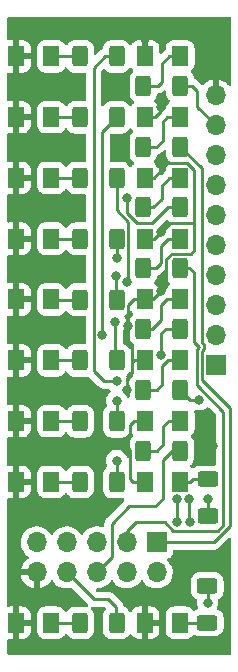
<source format=gbr>
%TF.GenerationSoftware,KiCad,Pcbnew,(6.0.6)*%
%TF.CreationDate,2022-11-26T14:52:17+01:00*%
%TF.ProjectId,wt,77742e6b-6963-4616-945f-706362585858,rev?*%
%TF.SameCoordinates,Original*%
%TF.FileFunction,Copper,L1,Top*%
%TF.FilePolarity,Positive*%
%FSLAX46Y46*%
G04 Gerber Fmt 4.6, Leading zero omitted, Abs format (unit mm)*
G04 Created by KiCad (PCBNEW (6.0.6)) date 2022-11-26 14:52:17*
%MOMM*%
%LPD*%
G01*
G04 APERTURE LIST*
G04 Aperture macros list*
%AMRoundRect*
0 Rectangle with rounded corners*
0 $1 Rounding radius*
0 $2 $3 $4 $5 $6 $7 $8 $9 X,Y pos of 4 corners*
0 Add a 4 corners polygon primitive as box body*
4,1,4,$2,$3,$4,$5,$6,$7,$8,$9,$2,$3,0*
0 Add four circle primitives for the rounded corners*
1,1,$1+$1,$2,$3*
1,1,$1+$1,$4,$5*
1,1,$1+$1,$6,$7*
1,1,$1+$1,$8,$9*
0 Add four rect primitives between the rounded corners*
20,1,$1+$1,$2,$3,$4,$5,0*
20,1,$1+$1,$4,$5,$6,$7,0*
20,1,$1+$1,$6,$7,$8,$9,0*
20,1,$1+$1,$8,$9,$2,$3,0*%
G04 Aperture macros list end*
%TA.AperFunction,SMDPad,CuDef*%
%ADD10RoundRect,0.250000X-0.400000X-0.625000X0.400000X-0.625000X0.400000X0.625000X-0.400000X0.625000X0*%
%TD*%
%TA.AperFunction,SMDPad,CuDef*%
%ADD11RoundRect,0.250001X-0.462499X-0.624999X0.462499X-0.624999X0.462499X0.624999X-0.462499X0.624999X0*%
%TD*%
%TA.AperFunction,SMDPad,CuDef*%
%ADD12RoundRect,0.250000X-0.625000X0.400000X-0.625000X-0.400000X0.625000X-0.400000X0.625000X0.400000X0*%
%TD*%
%TA.AperFunction,SMDPad,CuDef*%
%ADD13RoundRect,0.250000X0.625000X-0.400000X0.625000X0.400000X-0.625000X0.400000X-0.625000X-0.400000X0*%
%TD*%
%TA.AperFunction,ComponentPad*%
%ADD14R,1.700000X1.700000*%
%TD*%
%TA.AperFunction,ComponentPad*%
%ADD15O,1.700000X1.700000*%
%TD*%
%TA.AperFunction,ViaPad*%
%ADD16C,0.800000*%
%TD*%
%TA.AperFunction,Conductor*%
%ADD17C,0.250000*%
%TD*%
G04 APERTURE END LIST*
D10*
%TO.P,R65,1*%
%TO.N,Net-(D25-Pad2)*%
X106679400Y-51817630D03*
%TO.P,R65,2*%
%TO.N,Net-(J6-Pad8)*%
X109779400Y-51817630D03*
%TD*%
D11*
%TO.P,D11,1,K*%
%TO.N,GND2*%
X101280834Y-14138777D03*
%TO.P,D11,2,A*%
%TO.N,Net-(D11-Pad2)*%
X104255834Y-14138777D03*
%TD*%
D10*
%TO.P,R53,1*%
%TO.N,Net-(D13-Pad2)*%
X106679400Y-24442623D03*
%TO.P,R53,2*%
%TO.N,Net-(J5-Pad5)*%
X109779400Y-24442623D03*
%TD*%
D11*
%TO.P,D20,1,K*%
%TO.N,GND2*%
X112177500Y-19286554D03*
%TO.P,D20,2,A*%
%TO.N,Net-(D20-Pad2)*%
X115152500Y-19286554D03*
%TD*%
%TO.P,D17,1,K*%
%TO.N,GND2*%
X112177500Y-3843223D03*
%TO.P,D17,2,A*%
%TO.N,Net-(D17-Pad2)*%
X115152500Y-3843223D03*
%TD*%
%TO.P,D25,1,K*%
%TO.N,GND2*%
X101280834Y-51809338D03*
%TO.P,D25,2,A*%
%TO.N,Net-(D25-Pad2)*%
X104255834Y-51809338D03*
%TD*%
%TO.P,D10,1,K*%
%TO.N,GND2*%
X101280834Y-8991000D03*
%TO.P,D10,2,A*%
%TO.N,Net-(D10-Pad2)*%
X104255834Y-8991000D03*
%TD*%
%TO.P,D22,1,K*%
%TO.N,GND2*%
X112177500Y-29582108D03*
%TO.P,D22,2,A*%
%TO.N,Net-(D22-Pad2)*%
X115152500Y-29582108D03*
%TD*%
%TO.P,D14,1,K*%
%TO.N,GND2*%
X101280834Y-29582108D03*
%TO.P,D14,2,A*%
%TO.N,Net-(D14-Pad2)*%
X104255834Y-29582108D03*
%TD*%
D10*
%TO.P,R54,1*%
%TO.N,Net-(D14-Pad2)*%
X106679400Y-29590400D03*
%TO.P,R54,2*%
%TO.N,Net-(J5-Pad6)*%
X109779400Y-29590400D03*
%TD*%
D11*
%TO.P,D16,1,K*%
%TO.N,GND2*%
X101280834Y-39877662D03*
%TO.P,D16,2,A*%
%TO.N,Net-(D16-Pad2)*%
X104255834Y-39877662D03*
%TD*%
%TO.P,D26,1,K*%
%TO.N,GND2*%
X112177500Y-51809338D03*
%TO.P,D26,2,A*%
%TO.N,Net-(D26-Pad2)*%
X115152500Y-51809338D03*
%TD*%
D10*
%TO.P,R56,1*%
%TO.N,Net-(D16-Pad2)*%
X106679400Y-39885954D03*
%TO.P,R56,2*%
%TO.N,Net-(J5-Pad8)*%
X109779400Y-39885954D03*
%TD*%
D11*
%TO.P,D18,1,K*%
%TO.N,GND2*%
X112177500Y-8991000D03*
%TO.P,D18,2,A*%
%TO.N,Net-(D18-Pad2)*%
X115152500Y-8991000D03*
%TD*%
D10*
%TO.P,R52,1*%
%TO.N,Net-(D12-Pad2)*%
X106679400Y-19294846D03*
%TO.P,R52,2*%
%TO.N,Net-(J5-Pad4)*%
X109779400Y-19294846D03*
%TD*%
%TO.P,R58,1*%
%TO.N,Net-(D18-Pad2)*%
X112038800Y-11496915D03*
%TO.P,R58,2*%
%TO.N,Net-(J6-Pad1)*%
X115138800Y-11496915D03*
%TD*%
D11*
%TO.P,D21,1,K*%
%TO.N,GND2*%
X112177500Y-24434331D03*
%TO.P,D21,2,A*%
%TO.N,Net-(D21-Pad2)*%
X115152500Y-24434331D03*
%TD*%
D10*
%TO.P,R55,1*%
%TO.N,Net-(D15-Pad2)*%
X106679400Y-34738177D03*
%TO.P,R55,2*%
%TO.N,Net-(J5-Pad7)*%
X109779400Y-34738177D03*
%TD*%
D11*
%TO.P,D24,1,K*%
%TO.N,GND2*%
X112177500Y-39877662D03*
%TO.P,D24,2,A*%
%TO.N,Net-(D24-Pad2)*%
X115152500Y-39877662D03*
%TD*%
%TO.P,D19,1,K*%
%TO.N,GND2*%
X112177500Y-14138777D03*
%TO.P,D19,2,A*%
%TO.N,Net-(D19-Pad2)*%
X115152500Y-14138777D03*
%TD*%
D10*
%TO.P,R61,1*%
%TO.N,Net-(D21-Pad2)*%
X112038800Y-26940246D03*
%TO.P,R61,2*%
%TO.N,Net-(J6-Pad4)*%
X115138800Y-26940246D03*
%TD*%
%TO.P,R63,1*%
%TO.N,Net-(D23-Pad2)*%
X112038800Y-37235800D03*
%TO.P,R63,2*%
%TO.N,Net-(J6-Pad6)*%
X115138800Y-37235800D03*
%TD*%
D11*
%TO.P,D15,1,K*%
%TO.N,GND2*%
X101280834Y-34729885D03*
%TO.P,D15,2,A*%
%TO.N,Net-(D15-Pad2)*%
X104255834Y-34729885D03*
%TD*%
D10*
%TO.P,R49,1*%
%TO.N,Net-(D9-Pad2)*%
X106679400Y-3851515D03*
%TO.P,R49,2*%
%TO.N,Net-(J5-Pad1)*%
X109779400Y-3851515D03*
%TD*%
%TO.P,R50,1*%
%TO.N,Net-(D10-Pad2)*%
X106679400Y-8999292D03*
%TO.P,R50,2*%
%TO.N,Net-(J5-Pad2)*%
X109779400Y-8999292D03*
%TD*%
%TO.P,R62,1*%
%TO.N,Net-(D22-Pad2)*%
X112038800Y-32088023D03*
%TO.P,R62,2*%
%TO.N,Net-(J6-Pad5)*%
X115138800Y-32088023D03*
%TD*%
%TO.P,R60,1*%
%TO.N,Net-(D20-Pad2)*%
X112038800Y-21792469D03*
%TO.P,R60,2*%
%TO.N,Net-(J6-Pad3)*%
X115138800Y-21792469D03*
%TD*%
D11*
%TO.P,D12,1,K*%
%TO.N,GND2*%
X101280834Y-19286554D03*
%TO.P,D12,2,A*%
%TO.N,Net-(D12-Pad2)*%
X104255834Y-19286554D03*
%TD*%
D10*
%TO.P,R51,1*%
%TO.N,Net-(D11-Pad2)*%
X106679400Y-14147069D03*
%TO.P,R51,2*%
%TO.N,Net-(J5-Pad3)*%
X109779400Y-14147069D03*
%TD*%
D11*
%TO.P,D13,1,K*%
%TO.N,GND2*%
X101280834Y-24434331D03*
%TO.P,D13,2,A*%
%TO.N,Net-(D13-Pad2)*%
X104255834Y-24434331D03*
%TD*%
D10*
%TO.P,R57,1*%
%TO.N,Net-(D17-Pad2)*%
X112038800Y-6349138D03*
%TO.P,R57,2*%
%TO.N,Net-(J5-Pad9)*%
X115138800Y-6349138D03*
%TD*%
D11*
%TO.P,D9,1,K*%
%TO.N,GND2*%
X101280834Y-3843223D03*
%TO.P,D9,2,A*%
%TO.N,Net-(D9-Pad2)*%
X104255834Y-3843223D03*
%TD*%
D12*
%TO.P,R64,1*%
%TO.N,Net-(D24-Pad2)*%
X117475000Y-39648200D03*
%TO.P,R64,2*%
%TO.N,Net-(J6-Pad7)*%
X117475000Y-42748200D03*
%TD*%
D11*
%TO.P,D23,1,K*%
%TO.N,GND2*%
X112177500Y-34729885D03*
%TO.P,D23,2,A*%
%TO.N,Net-(D23-Pad2)*%
X115152500Y-34729885D03*
%TD*%
D13*
%TO.P,R66,1*%
%TO.N,Net-(D26-Pad2)*%
X117449600Y-51790600D03*
%TO.P,R66,2*%
%TO.N,Net-(J6-Pad9)*%
X117449600Y-48690600D03*
%TD*%
D10*
%TO.P,R59,1*%
%TO.N,Net-(D19-Pad2)*%
X112038800Y-16644692D03*
%TO.P,R59,2*%
%TO.N,Net-(J6-Pad2)*%
X115138800Y-16644692D03*
%TD*%
D14*
%TO.P,J5,1,Pin_1*%
%TO.N,Net-(J5-Pad1)*%
X118171200Y-30000000D03*
D15*
%TO.P,J5,2,Pin_2*%
%TO.N,Net-(J5-Pad2)*%
X118171200Y-27460000D03*
%TO.P,J5,3,Pin_3*%
%TO.N,Net-(J5-Pad3)*%
X118171200Y-24920000D03*
%TO.P,J5,4,Pin_4*%
%TO.N,Net-(J5-Pad4)*%
X118171200Y-22380000D03*
%TO.P,J5,5,Pin_5*%
%TO.N,Net-(J5-Pad5)*%
X118171200Y-19840000D03*
%TO.P,J5,6,Pin_6*%
%TO.N,Net-(J5-Pad6)*%
X118171200Y-17300000D03*
%TO.P,J5,7,Pin_7*%
%TO.N,Net-(J5-Pad7)*%
X118171200Y-14760000D03*
%TO.P,J5,8,Pin_8*%
%TO.N,Net-(J5-Pad8)*%
X118171200Y-12220000D03*
%TO.P,J5,9,Pin_9*%
%TO.N,Net-(J5-Pad9)*%
X118171200Y-9680000D03*
%TO.P,J5,10,Pin_10*%
%TO.N,GND2*%
X118171200Y-7140000D03*
%TD*%
D14*
%TO.P,J6,1,Pin_1*%
%TO.N,Net-(J6-Pad1)*%
X113171200Y-45000000D03*
D15*
%TO.P,J6,2,Pin_2*%
%TO.N,Net-(J6-Pad2)*%
X113171200Y-47540000D03*
%TO.P,J6,3,Pin_3*%
%TO.N,Net-(J6-Pad3)*%
X110631200Y-45000000D03*
%TO.P,J6,4,Pin_4*%
%TO.N,Net-(J6-Pad4)*%
X110631200Y-47540000D03*
%TO.P,J6,5,Pin_5*%
%TO.N,Net-(J6-Pad5)*%
X108091200Y-45000000D03*
%TO.P,J6,6,Pin_6*%
%TO.N,Net-(J6-Pad6)*%
X108091200Y-47540000D03*
%TO.P,J6,7,Pin_7*%
%TO.N,Net-(J6-Pad7)*%
X105551200Y-45000000D03*
%TO.P,J6,8,Pin_8*%
%TO.N,Net-(J6-Pad8)*%
X105551200Y-47540000D03*
%TO.P,J6,9,Pin_9*%
%TO.N,Net-(J6-Pad9)*%
X103011200Y-45000000D03*
%TO.P,J6,10,Pin_10*%
%TO.N,GND2*%
X103011200Y-47540000D03*
%TD*%
D16*
%TO.N,GND2*%
X107975400Y-32766000D03*
X110769400Y-26644600D03*
X113512600Y-8102600D03*
X113512600Y-18719800D03*
X110337600Y-36601400D03*
X113487200Y-12928600D03*
X109829600Y-11176000D03*
X109931200Y-6858000D03*
X118516400Y-46583600D03*
X110642400Y-32105600D03*
X117957600Y-36830000D03*
X113563400Y-23749000D03*
X112191800Y-2362200D03*
%TO.N,Net-(J6-Pad4)*%
X113561972Y-29152030D03*
X115951000Y-43256200D03*
X115925600Y-41357699D03*
%TO.N,Net-(J5-Pad1)*%
X109778800Y-31369000D03*
%TO.N,Net-(J5-Pad2)*%
X108559600Y-27457400D03*
%TO.N,Net-(J5-Pad3)*%
X110667800Y-22910800D03*
%TO.N,Net-(J5-Pad4)*%
X109778800Y-20904200D03*
%TO.N,Net-(J5-Pad5)*%
X109720554Y-22431348D03*
%TO.N,Net-(J5-Pad6)*%
X109651800Y-26365200D03*
%TO.N,Net-(J5-Pad7)*%
X109778800Y-32994600D03*
%TO.N,Net-(J5-Pad8)*%
X109778800Y-38074600D03*
%TO.N,Net-(J6-Pad2)*%
X114884200Y-41353400D03*
X114863099Y-43251901D03*
X110642400Y-15875000D03*
%TO.N,Net-(J6-Pad5)*%
X116772129Y-32909928D03*
%TO.N,Net-(J6-Pad7)*%
X117500400Y-41300400D03*
%TO.N,Net-(J6-Pad9)*%
X117475000Y-50088800D03*
%TD*%
D17*
%TO.N,Net-(D9-Pad2)*%
X104255834Y-3843223D02*
X106671108Y-3843223D01*
%TO.N,Net-(D10-Pad2)*%
X106679400Y-8999292D02*
X104264126Y-8999292D01*
%TO.N,Net-(D11-Pad2)*%
X106679400Y-14147069D02*
X104264126Y-14147069D01*
%TO.N,Net-(D12-Pad2)*%
X106679400Y-19294846D02*
X104264126Y-19294846D01*
%TO.N,Net-(D13-Pad2)*%
X106679400Y-24442623D02*
X104264126Y-24442623D01*
%TO.N,Net-(D14-Pad2)*%
X106679400Y-29590400D02*
X104264126Y-29590400D01*
%TO.N,Net-(D15-Pad2)*%
X106679400Y-34738177D02*
X104264126Y-34738177D01*
%TO.N,Net-(D16-Pad2)*%
X106679400Y-39885954D02*
X104264126Y-39885954D01*
%TO.N,Net-(D17-Pad2)*%
X114249200Y-3835400D02*
X115144677Y-3835400D01*
X113614200Y-5994400D02*
X113614200Y-4470400D01*
X113614200Y-4470400D02*
X114249200Y-3835400D01*
X112038800Y-6349138D02*
X113259462Y-6349138D01*
X113259462Y-6349138D02*
X113614200Y-5994400D01*
%TO.N,Net-(D18-Pad2)*%
X113665000Y-9372600D02*
X114046600Y-8991000D01*
X114046600Y-8991000D02*
X115152500Y-8991000D01*
X113665000Y-10972800D02*
X113665000Y-9372600D01*
X113140885Y-11496915D02*
X113665000Y-10972800D01*
X112038800Y-11496915D02*
X113140885Y-11496915D01*
%TO.N,Net-(D19-Pad2)*%
X113588800Y-15951200D02*
X113588800Y-14782800D01*
X112038800Y-16644692D02*
X112895308Y-16644692D01*
X114232823Y-14138777D02*
X115152500Y-14138777D01*
X113588800Y-14782800D02*
X114232823Y-14138777D01*
X112895308Y-16644692D02*
X113588800Y-15951200D01*
%TO.N,Net-(D20-Pad2)*%
X113081531Y-21792469D02*
X113538000Y-21336000D01*
X113538000Y-21336000D02*
X113538000Y-19862800D01*
X114114246Y-19286554D02*
X115152500Y-19286554D01*
X112038800Y-21792469D02*
X113081531Y-21792469D01*
X113538000Y-19862800D02*
X114114246Y-19286554D01*
%TO.N,Net-(D21-Pad2)*%
X114021069Y-24434331D02*
X115152500Y-24434331D01*
X112038800Y-26940246D02*
X112785154Y-26940246D01*
X113563400Y-24892000D02*
X114021069Y-24434331D01*
X112785154Y-26940246D02*
X113563400Y-26162000D01*
X113563400Y-26162000D02*
X113563400Y-24892000D01*
%TO.N,Net-(D22-Pad2)*%
X113639600Y-30099000D02*
X114156492Y-29582108D01*
X112038800Y-32088023D02*
X113174577Y-32088023D01*
X114156492Y-29582108D02*
X115152500Y-29582108D01*
X113639600Y-31623000D02*
X113639600Y-30099000D01*
X113174577Y-32088023D02*
X113639600Y-31623000D01*
%TO.N,Net-(D23-Pad2)*%
X113741200Y-35179000D02*
X114190315Y-34729885D01*
X114190315Y-34729885D02*
X115152500Y-34729885D01*
X112038800Y-37235800D02*
X113183000Y-37235800D01*
X113183000Y-37235800D02*
X113741200Y-36677600D01*
X113741200Y-36677600D02*
X113741200Y-35179000D01*
%TO.N,Net-(D24-Pad2)*%
X115152500Y-39877662D02*
X116027538Y-39877662D01*
X116027538Y-39877662D02*
X116257000Y-39648200D01*
X116257000Y-39648200D02*
X117475000Y-39648200D01*
%TO.N,Net-(D25-Pad2)*%
X106679400Y-51817630D02*
X104264126Y-51817630D01*
%TO.N,Net-(D26-Pad2)*%
X117449600Y-51790600D02*
X115171238Y-51790600D01*
%TO.N,GND2*%
X116357400Y-20269200D02*
X116357400Y-17602200D01*
X116078000Y-20548600D02*
X116357400Y-20269200D01*
X110947200Y-37211000D02*
X110337600Y-36601400D01*
X110921800Y-35991800D02*
X110921800Y-36017200D01*
X110947200Y-35052000D02*
X110921800Y-35077400D01*
X112945846Y-19286554D02*
X113512600Y-18719800D01*
X113563400Y-23749000D02*
X113995200Y-23317200D01*
X116357400Y-17602200D02*
X116357400Y-13443005D01*
X112878069Y-24434331D02*
X113563400Y-23749000D01*
X110921800Y-35077400D02*
X110921800Y-35991800D01*
X110642400Y-31089600D02*
X110642400Y-32105600D01*
X113030600Y-8991000D02*
X113512600Y-8509000D01*
X112177500Y-34729885D02*
X111269315Y-34729885D01*
X116357400Y-13443005D02*
X115766795Y-12852400D01*
X111074200Y-29794200D02*
X111074200Y-28244800D01*
X113995200Y-23317200D02*
X113995200Y-20980400D01*
X112177500Y-3843223D02*
X112177500Y-2376500D01*
X113563400Y-12852400D02*
X113487200Y-12928600D01*
X111286292Y-29582108D02*
X111175800Y-29692600D01*
X112177500Y-39877662D02*
X111175462Y-39877662D01*
X112912023Y-14138777D02*
X113487200Y-13563600D01*
X111074200Y-30657800D02*
X110642400Y-31089600D01*
X112177500Y-24434331D02*
X112878069Y-24434331D01*
X110921800Y-36017200D02*
X110337600Y-36601400D01*
X111175800Y-29692600D02*
X111074200Y-29794200D01*
X110769400Y-27940000D02*
X110769400Y-26644600D01*
X111074200Y-28244800D02*
X110769400Y-27940000D01*
X116357400Y-17932400D02*
X116357400Y-17602200D01*
X110769400Y-26644600D02*
X110769400Y-24917400D01*
X112177500Y-14138777D02*
X112912023Y-14138777D01*
X112177500Y-29582108D02*
X111286292Y-29582108D01*
X115766795Y-12852400D02*
X113563400Y-12852400D01*
X110947200Y-39649400D02*
X110947200Y-37211000D01*
X112177500Y-2376500D02*
X112191800Y-2362200D01*
X113512600Y-18719800D02*
X114300000Y-17932400D01*
X113487200Y-13563600D02*
X113487200Y-12928600D01*
X114427000Y-20548600D02*
X116078000Y-20548600D01*
X110769400Y-24917400D02*
X111252469Y-24434331D01*
X112177500Y-19286554D02*
X112945846Y-19286554D01*
X112177500Y-8991000D02*
X113030600Y-8991000D01*
X113512600Y-8509000D02*
X113512600Y-8102600D01*
X111074200Y-29794200D02*
X111074200Y-30657800D01*
X111252469Y-24434331D02*
X112177500Y-24434331D01*
X113995200Y-20980400D02*
X114427000Y-20548600D01*
X114300000Y-17932400D02*
X116357400Y-17932400D01*
X111175462Y-39877662D02*
X110947200Y-39649400D01*
X111269315Y-34729885D02*
X110947200Y-35052000D01*
%TO.N,Net-(J6-Pad4)*%
X115951000Y-43256200D02*
X115925600Y-43230800D01*
X115925600Y-43230800D02*
X115925600Y-41357699D01*
X113561972Y-27306428D02*
X113561972Y-29152030D01*
X115138800Y-26940246D02*
X113928154Y-26940246D01*
X113928154Y-26940246D02*
X113561972Y-27306428D01*
%TO.N,Net-(J5-Pad1)*%
X107835100Y-30466700D02*
X107835100Y-4813900D01*
X109778800Y-31369000D02*
X108737400Y-31369000D01*
X108797485Y-3851515D02*
X109779400Y-3851515D01*
X108737400Y-31369000D02*
X107835100Y-30466700D01*
X107835100Y-4813900D02*
X108797485Y-3851515D01*
%TO.N,Net-(J5-Pad2)*%
X109779400Y-8999292D02*
X108559600Y-10219092D01*
X108559600Y-10219092D02*
X108559600Y-27457400D01*
%TO.N,Net-(J5-Pad3)*%
X109778800Y-16858555D02*
X109778800Y-14147669D01*
X110777099Y-17856854D02*
X109778800Y-16858555D01*
X110777099Y-22801501D02*
X110777099Y-17856854D01*
X110667800Y-22910800D02*
X110777099Y-22801501D01*
%TO.N,Net-(J5-Pad4)*%
X109778800Y-20904200D02*
X109778800Y-19295446D01*
%TO.N,Net-(J5-Pad5)*%
X109720554Y-24383777D02*
X109720554Y-22431348D01*
%TO.N,Net-(J5-Pad6)*%
X109651800Y-29462800D02*
X109651800Y-26365200D01*
%TO.N,Net-(J5-Pad7)*%
X109778800Y-32994600D02*
X109778800Y-34737577D01*
%TO.N,Net-(J5-Pad8)*%
X109778800Y-38074600D02*
X109778800Y-39885354D01*
%TO.N,Net-(J5-Pad9)*%
X116586000Y-6807200D02*
X116127938Y-6349138D01*
X116586000Y-8094800D02*
X116586000Y-6807200D01*
X118171200Y-9680000D02*
X116586000Y-8094800D01*
X116127938Y-6349138D02*
X115138800Y-6349138D01*
%TO.N,Net-(J6-Pad1)*%
X119372301Y-43620189D02*
X119372301Y-33621901D01*
X119372301Y-33621901D02*
X116996200Y-31245800D01*
X116996200Y-28825000D02*
X117187456Y-28633744D01*
X118009090Y-44983400D02*
X119372301Y-43620189D01*
X117187456Y-28261366D02*
X116984701Y-28058611D01*
X116996200Y-31245800D02*
X116996200Y-28825000D01*
X116984701Y-28058611D02*
X116984701Y-13342816D01*
X117187456Y-28633744D02*
X117187456Y-28261366D01*
X116984701Y-13342816D02*
X115138800Y-11496915D01*
X113187800Y-44983400D02*
X118009090Y-44983400D01*
%TO.N,Net-(J6-Pad2)*%
X110642400Y-17086465D02*
X110642400Y-15875000D01*
X114863099Y-43251901D02*
X114884200Y-43230800D01*
X111513735Y-17957800D02*
X110642400Y-17086465D01*
X114884200Y-43230800D02*
X114884200Y-41353400D01*
X115138800Y-16644692D02*
X114114508Y-16644692D01*
X112801400Y-17957800D02*
X111513735Y-17957800D01*
X114114508Y-16644692D02*
X112801400Y-17957800D01*
%TO.N,Net-(J6-Pad3)*%
X110631200Y-44029400D02*
X111379000Y-43281600D01*
X116306600Y-28016200D02*
X116737955Y-28447555D01*
X116737955Y-28447555D02*
X116546699Y-28638811D01*
X116546699Y-28638811D02*
X116546699Y-31659899D01*
X116546699Y-31659899D02*
X118821200Y-33934400D01*
X111379000Y-43281600D02*
X113868200Y-43281600D01*
X115925600Y-21742400D02*
X116306600Y-22123400D01*
X110631200Y-45000000D02*
X110631200Y-44029400D01*
X116306600Y-22123400D02*
X116306600Y-28016200D01*
X115188869Y-21742400D02*
X115925600Y-21742400D01*
X118364000Y-43992800D02*
X114579400Y-43992800D01*
X118821200Y-33934400D02*
X118821200Y-43535600D01*
X118821200Y-43535600D02*
X118364000Y-43992800D01*
X114579400Y-43992800D02*
X113868200Y-43281600D01*
%TO.N,Net-(J6-Pad5)*%
X115138800Y-32088023D02*
X115960705Y-32909928D01*
X115960705Y-32909928D02*
X116772129Y-32909928D01*
%TO.N,Net-(J6-Pad6)*%
X113665000Y-41300400D02*
X113665000Y-38023800D01*
X113665000Y-38023800D02*
X114453000Y-37235800D01*
X109372400Y-46258800D02*
X109372400Y-43408600D01*
X114453000Y-37235800D02*
X115138800Y-37235800D01*
X110832900Y-41948100D02*
X113017300Y-41948100D01*
X109372400Y-43408600D02*
X110832900Y-41948100D01*
X113017300Y-41948100D02*
X113665000Y-41300400D01*
X108091200Y-47540000D02*
X109372400Y-46258800D01*
%TO.N,Net-(J6-Pad7)*%
X117500400Y-41300400D02*
X117500400Y-42722800D01*
%TO.N,Net-(J6-Pad8)*%
X105551200Y-47540000D02*
X107820600Y-49809400D01*
X109067600Y-49809400D02*
X109728000Y-50469800D01*
X107820600Y-49809400D02*
X109067600Y-49809400D01*
X109728000Y-50469800D02*
X109728000Y-51766230D01*
%TO.N,Net-(J6-Pad9)*%
X117475000Y-50088800D02*
X117475000Y-48716000D01*
%TD*%
%TA.AperFunction,Conductor*%
%TO.N,GND2*%
G36*
X119433621Y-528502D02*
G01*
X119480114Y-582158D01*
X119491500Y-634500D01*
X119491500Y-6253886D01*
X119471498Y-6322007D01*
X119417842Y-6368500D01*
X119347568Y-6378604D01*
X119282988Y-6349110D01*
X119259709Y-6322327D01*
X119253629Y-6312929D01*
X119247336Y-6304757D01*
X119104006Y-6147240D01*
X119096473Y-6140215D01*
X118929339Y-6008222D01*
X118920752Y-6002517D01*
X118734317Y-5899599D01*
X118724905Y-5895369D01*
X118524159Y-5824280D01*
X118514188Y-5821646D01*
X118443037Y-5808972D01*
X118429740Y-5810432D01*
X118425200Y-5824989D01*
X118425200Y-7268000D01*
X118405198Y-7336121D01*
X118351542Y-7382614D01*
X118299200Y-7394000D01*
X118043200Y-7394000D01*
X117975079Y-7373998D01*
X117928586Y-7320342D01*
X117917200Y-7268000D01*
X117917200Y-5823102D01*
X117913282Y-5809758D01*
X117899006Y-5807771D01*
X117860524Y-5813660D01*
X117850488Y-5816051D01*
X117648068Y-5882212D01*
X117638559Y-5886209D01*
X117449663Y-5984542D01*
X117440938Y-5990036D01*
X117270633Y-6117905D01*
X117262926Y-6124748D01*
X117125497Y-6268559D01*
X117063973Y-6303989D01*
X116993060Y-6300532D01*
X116945308Y-6270603D01*
X116631590Y-5956885D01*
X116624050Y-5948599D01*
X116619938Y-5942120D01*
X116570286Y-5895494D01*
X116567445Y-5892740D01*
X116547708Y-5873003D01*
X116544511Y-5870523D01*
X116535489Y-5862818D01*
X116509038Y-5837979D01*
X116503259Y-5832552D01*
X116496313Y-5828733D01*
X116496310Y-5828731D01*
X116485504Y-5822790D01*
X116468985Y-5811939D01*
X116463611Y-5807771D01*
X116452979Y-5799524D01*
X116445710Y-5796379D01*
X116445706Y-5796376D01*
X116412401Y-5781964D01*
X116401751Y-5776747D01*
X116362998Y-5755443D01*
X116362997Y-5755443D01*
X116364286Y-5753097D01*
X116318523Y-5717388D01*
X116295555Y-5656917D01*
X116287038Y-5574830D01*
X116287037Y-5574826D01*
X116286326Y-5567972D01*
X116230350Y-5400192D01*
X116137278Y-5249790D01*
X116110900Y-5223458D01*
X116076821Y-5161176D01*
X116081824Y-5090356D01*
X116110745Y-5045267D01*
X116209134Y-4946706D01*
X116214305Y-4941526D01*
X116273369Y-4845707D01*
X116303275Y-4797191D01*
X116303276Y-4797189D01*
X116307115Y-4790961D01*
X116362797Y-4623084D01*
X116363509Y-4616142D01*
X116373172Y-4521821D01*
X116373500Y-4518623D01*
X116373500Y-3167823D01*
X116372942Y-3162442D01*
X116363238Y-3068916D01*
X116363237Y-3068912D01*
X116362526Y-3062058D01*
X116306550Y-2894278D01*
X116213478Y-2743875D01*
X116088303Y-2618918D01*
X116082072Y-2615077D01*
X115943968Y-2529948D01*
X115943966Y-2529947D01*
X115937738Y-2526108D01*
X115857995Y-2499659D01*
X115776389Y-2472591D01*
X115776387Y-2472591D01*
X115769861Y-2470426D01*
X115763025Y-2469726D01*
X115763022Y-2469725D01*
X115719969Y-2465314D01*
X115665400Y-2459723D01*
X114639600Y-2459723D01*
X114636354Y-2460060D01*
X114636350Y-2460060D01*
X114540693Y-2469985D01*
X114540689Y-2469986D01*
X114533835Y-2470697D01*
X114527299Y-2472878D01*
X114527297Y-2472878D01*
X114395195Y-2516951D01*
X114366055Y-2526673D01*
X114215652Y-2619745D01*
X114090695Y-2744920D01*
X114086855Y-2751150D01*
X114086854Y-2751151D01*
X114082393Y-2758389D01*
X113997885Y-2895485D01*
X113971436Y-2975228D01*
X113944771Y-3055621D01*
X113942203Y-3063362D01*
X113941503Y-3070198D01*
X113941502Y-3070201D01*
X113937091Y-3113254D01*
X113931500Y-3167823D01*
X113931500Y-3215426D01*
X113911498Y-3283547D01*
X113869642Y-3323877D01*
X113857838Y-3330858D01*
X113843517Y-3345179D01*
X113828484Y-3358019D01*
X113812093Y-3369928D01*
X113802616Y-3381384D01*
X113783912Y-3403993D01*
X113775922Y-3412773D01*
X113613095Y-3575600D01*
X113550783Y-3609626D01*
X113479968Y-3604561D01*
X113423132Y-3562014D01*
X113398321Y-3495494D01*
X113398000Y-3486505D01*
X113398000Y-3171127D01*
X113397663Y-3164612D01*
X113387744Y-3069020D01*
X113384850Y-3055621D01*
X113333412Y-2901440D01*
X113327238Y-2888261D01*
X113241937Y-2750416D01*
X113232901Y-2739015D01*
X113118170Y-2624484D01*
X113106759Y-2615472D01*
X112968755Y-2530405D01*
X112955577Y-2524261D01*
X112801284Y-2473084D01*
X112787919Y-2470218D01*
X112693561Y-2460551D01*
X112687144Y-2460223D01*
X112449615Y-2460223D01*
X112434376Y-2464698D01*
X112433171Y-2466088D01*
X112431500Y-2473771D01*
X112431500Y-3971223D01*
X112411498Y-4039344D01*
X112357842Y-4085837D01*
X112305500Y-4097223D01*
X112049500Y-4097223D01*
X111981379Y-4077221D01*
X111934886Y-4023565D01*
X111923500Y-3971223D01*
X111923500Y-2478338D01*
X111919025Y-2463099D01*
X111917635Y-2461894D01*
X111909952Y-2460223D01*
X111667904Y-2460223D01*
X111661389Y-2460560D01*
X111565797Y-2470479D01*
X111552398Y-2473373D01*
X111398217Y-2524811D01*
X111385038Y-2530985D01*
X111247193Y-2616286D01*
X111235792Y-2625322D01*
X111121261Y-2740053D01*
X111112249Y-2751464D01*
X111052223Y-2848844D01*
X110999451Y-2896337D01*
X110929379Y-2907761D01*
X110864255Y-2879487D01*
X110837823Y-2849037D01*
X110777878Y-2752167D01*
X110652703Y-2627210D01*
X110634981Y-2616286D01*
X110508368Y-2538240D01*
X110508366Y-2538239D01*
X110502138Y-2534400D01*
X110341654Y-2481170D01*
X110340789Y-2480883D01*
X110340787Y-2480883D01*
X110334261Y-2478718D01*
X110327425Y-2478018D01*
X110327422Y-2478017D01*
X110279273Y-2473084D01*
X110229800Y-2468015D01*
X109329000Y-2468015D01*
X109325754Y-2468352D01*
X109325750Y-2468352D01*
X109230092Y-2478277D01*
X109230088Y-2478278D01*
X109223234Y-2478989D01*
X109216698Y-2481170D01*
X109216696Y-2481170D01*
X109088907Y-2523804D01*
X109055454Y-2534965D01*
X108905052Y-2628037D01*
X108780095Y-2753212D01*
X108776255Y-2759442D01*
X108776254Y-2759443D01*
X108696237Y-2889255D01*
X108687285Y-2903777D01*
X108684981Y-2910724D01*
X108636519Y-3056834D01*
X108631603Y-3071654D01*
X108630903Y-3078490D01*
X108630902Y-3078493D01*
X108622301Y-3162442D01*
X108595460Y-3228169D01*
X108548349Y-3264202D01*
X108543892Y-3265497D01*
X108537065Y-3269535D01*
X108537064Y-3269535D01*
X108526457Y-3275808D01*
X108508709Y-3284503D01*
X108489868Y-3291963D01*
X108483452Y-3296625D01*
X108483451Y-3296625D01*
X108454098Y-3317951D01*
X108444178Y-3324467D01*
X108412950Y-3342935D01*
X108412947Y-3342937D01*
X108406123Y-3346973D01*
X108391802Y-3361294D01*
X108376769Y-3374134D01*
X108360378Y-3386043D01*
X108355328Y-3392147D01*
X108355323Y-3392152D01*
X108332192Y-3420113D01*
X108324202Y-3428894D01*
X108052995Y-3700100D01*
X107990683Y-3734125D01*
X107919867Y-3729060D01*
X107863032Y-3686513D01*
X107838221Y-3619993D01*
X107837900Y-3611004D01*
X107837900Y-3176115D01*
X107837563Y-3172865D01*
X107827638Y-3077207D01*
X107827637Y-3077203D01*
X107826926Y-3070349D01*
X107822013Y-3055621D01*
X107773268Y-2909517D01*
X107770950Y-2902569D01*
X107766567Y-2895485D01*
X107681732Y-2758395D01*
X107677878Y-2752167D01*
X107552703Y-2627210D01*
X107534981Y-2616286D01*
X107408368Y-2538240D01*
X107408366Y-2538239D01*
X107402138Y-2534400D01*
X107241654Y-2481170D01*
X107240789Y-2480883D01*
X107240787Y-2480883D01*
X107234261Y-2478718D01*
X107227425Y-2478018D01*
X107227422Y-2478017D01*
X107179273Y-2473084D01*
X107129800Y-2468015D01*
X106229000Y-2468015D01*
X106225754Y-2468352D01*
X106225750Y-2468352D01*
X106130092Y-2478277D01*
X106130088Y-2478278D01*
X106123234Y-2478989D01*
X106116698Y-2481170D01*
X106116696Y-2481170D01*
X105988907Y-2523804D01*
X105955454Y-2534965D01*
X105805052Y-2628037D01*
X105680095Y-2753212D01*
X105621147Y-2848844D01*
X105608742Y-2868968D01*
X105555970Y-2916461D01*
X105485898Y-2927885D01*
X105420774Y-2899611D01*
X105394338Y-2869155D01*
X105320666Y-2750103D01*
X105316812Y-2743875D01*
X105191637Y-2618918D01*
X105185406Y-2615077D01*
X105047302Y-2529948D01*
X105047300Y-2529947D01*
X105041072Y-2526108D01*
X104961329Y-2499659D01*
X104879723Y-2472591D01*
X104879721Y-2472591D01*
X104873195Y-2470426D01*
X104866359Y-2469726D01*
X104866356Y-2469725D01*
X104823303Y-2465314D01*
X104768734Y-2459723D01*
X103742934Y-2459723D01*
X103739688Y-2460060D01*
X103739684Y-2460060D01*
X103644027Y-2469985D01*
X103644023Y-2469986D01*
X103637169Y-2470697D01*
X103630633Y-2472878D01*
X103630631Y-2472878D01*
X103498529Y-2516951D01*
X103469389Y-2526673D01*
X103318986Y-2619745D01*
X103194029Y-2744920D01*
X103190189Y-2751150D01*
X103190188Y-2751151D01*
X103185727Y-2758389D01*
X103101219Y-2895485D01*
X103074770Y-2975228D01*
X103048105Y-3055621D01*
X103045537Y-3063362D01*
X103044837Y-3070198D01*
X103044836Y-3070201D01*
X103040425Y-3113254D01*
X103034834Y-3167823D01*
X103034834Y-4518623D01*
X103045808Y-4624388D01*
X103101784Y-4792168D01*
X103194856Y-4942571D01*
X103320031Y-5067528D01*
X103326261Y-5071368D01*
X103326262Y-5071369D01*
X103463424Y-5155917D01*
X103470596Y-5160338D01*
X103550339Y-5186787D01*
X103631945Y-5213855D01*
X103631947Y-5213855D01*
X103638473Y-5216020D01*
X103645309Y-5216720D01*
X103645312Y-5216721D01*
X103688365Y-5221132D01*
X103742934Y-5226723D01*
X104768734Y-5226723D01*
X104771980Y-5226386D01*
X104771984Y-5226386D01*
X104867641Y-5216461D01*
X104867645Y-5216460D01*
X104874499Y-5215749D01*
X104881035Y-5213568D01*
X104881037Y-5213568D01*
X105028983Y-5164209D01*
X105042279Y-5159773D01*
X105192682Y-5066701D01*
X105317639Y-4941526D01*
X105388993Y-4825769D01*
X105441764Y-4778277D01*
X105511836Y-4766853D01*
X105576960Y-4795127D01*
X105603396Y-4825583D01*
X105680922Y-4950863D01*
X105806097Y-5075820D01*
X105812327Y-5079660D01*
X105812328Y-5079661D01*
X105949490Y-5164209D01*
X105956662Y-5168630D01*
X106031073Y-5193311D01*
X106118011Y-5222147D01*
X106118013Y-5222147D01*
X106124539Y-5224312D01*
X106131375Y-5225012D01*
X106131378Y-5225013D01*
X106174431Y-5229424D01*
X106229000Y-5235015D01*
X107075600Y-5235015D01*
X107143721Y-5255017D01*
X107190214Y-5308673D01*
X107201600Y-5361015D01*
X107201600Y-7489792D01*
X107181598Y-7557913D01*
X107127942Y-7604406D01*
X107075600Y-7615792D01*
X106229000Y-7615792D01*
X106225754Y-7616129D01*
X106225750Y-7616129D01*
X106130092Y-7626054D01*
X106130088Y-7626055D01*
X106123234Y-7626766D01*
X106116698Y-7628947D01*
X106116696Y-7628947D01*
X106039113Y-7654831D01*
X105955454Y-7682742D01*
X105805052Y-7775814D01*
X105680095Y-7900989D01*
X105621147Y-7996621D01*
X105608742Y-8016745D01*
X105555970Y-8064238D01*
X105485898Y-8075662D01*
X105420774Y-8047388D01*
X105394338Y-8016932D01*
X105320666Y-7897880D01*
X105316812Y-7891652D01*
X105191637Y-7766695D01*
X105177552Y-7758013D01*
X105047302Y-7677725D01*
X105047300Y-7677724D01*
X105041072Y-7673885D01*
X104955581Y-7645529D01*
X104879723Y-7620368D01*
X104879721Y-7620368D01*
X104873195Y-7618203D01*
X104866359Y-7617503D01*
X104866356Y-7617502D01*
X104823303Y-7613091D01*
X104768734Y-7607500D01*
X103742934Y-7607500D01*
X103739688Y-7607837D01*
X103739684Y-7607837D01*
X103644027Y-7617762D01*
X103644023Y-7617763D01*
X103637169Y-7618474D01*
X103630633Y-7620655D01*
X103630631Y-7620655D01*
X103550036Y-7647544D01*
X103469389Y-7674450D01*
X103318986Y-7767522D01*
X103194029Y-7892697D01*
X103190189Y-7898927D01*
X103190188Y-7898928D01*
X103116192Y-8018972D01*
X103101219Y-8043262D01*
X103086770Y-8086826D01*
X103048105Y-8203398D01*
X103045537Y-8211139D01*
X103034834Y-8315600D01*
X103034834Y-9666400D01*
X103045808Y-9772165D01*
X103101784Y-9939945D01*
X103194856Y-10090348D01*
X103320031Y-10215305D01*
X103326261Y-10219145D01*
X103326262Y-10219146D01*
X103463424Y-10303694D01*
X103470596Y-10308115D01*
X103550339Y-10334564D01*
X103631945Y-10361632D01*
X103631947Y-10361632D01*
X103638473Y-10363797D01*
X103645309Y-10364497D01*
X103645312Y-10364498D01*
X103688365Y-10368909D01*
X103742934Y-10374500D01*
X104768734Y-10374500D01*
X104771980Y-10374163D01*
X104771984Y-10374163D01*
X104867641Y-10364238D01*
X104867645Y-10364237D01*
X104874499Y-10363526D01*
X104881035Y-10361345D01*
X104881037Y-10361345D01*
X105028983Y-10311986D01*
X105042279Y-10307550D01*
X105192682Y-10214478D01*
X105317639Y-10089303D01*
X105388993Y-9973546D01*
X105441764Y-9926054D01*
X105511836Y-9914630D01*
X105576960Y-9942904D01*
X105603396Y-9973360D01*
X105680922Y-10098640D01*
X105806097Y-10223597D01*
X105812327Y-10227437D01*
X105812328Y-10227438D01*
X105949490Y-10311986D01*
X105956662Y-10316407D01*
X106036405Y-10342856D01*
X106118011Y-10369924D01*
X106118013Y-10369924D01*
X106124539Y-10372089D01*
X106131375Y-10372789D01*
X106131378Y-10372790D01*
X106174431Y-10377201D01*
X106229000Y-10382792D01*
X107075600Y-10382792D01*
X107143721Y-10402794D01*
X107190214Y-10456450D01*
X107201600Y-10508792D01*
X107201600Y-12637569D01*
X107181598Y-12705690D01*
X107127942Y-12752183D01*
X107075600Y-12763569D01*
X106229000Y-12763569D01*
X106225754Y-12763906D01*
X106225750Y-12763906D01*
X106130092Y-12773831D01*
X106130088Y-12773832D01*
X106123234Y-12774543D01*
X106116698Y-12776724D01*
X106116696Y-12776724D01*
X106021381Y-12808524D01*
X105955454Y-12830519D01*
X105805052Y-12923591D01*
X105680095Y-13048766D01*
X105621147Y-13144398D01*
X105608742Y-13164522D01*
X105555970Y-13212015D01*
X105485898Y-13223439D01*
X105420774Y-13195165D01*
X105394338Y-13164709D01*
X105320666Y-13045657D01*
X105316812Y-13039429D01*
X105191637Y-12914472D01*
X105177552Y-12905790D01*
X105047302Y-12825502D01*
X105047300Y-12825501D01*
X105041072Y-12821662D01*
X104929324Y-12784597D01*
X104879723Y-12768145D01*
X104879721Y-12768145D01*
X104873195Y-12765980D01*
X104866359Y-12765280D01*
X104866356Y-12765279D01*
X104823303Y-12760868D01*
X104768734Y-12755277D01*
X103742934Y-12755277D01*
X103739688Y-12755614D01*
X103739684Y-12755614D01*
X103644027Y-12765539D01*
X103644023Y-12765540D01*
X103637169Y-12766251D01*
X103630633Y-12768432D01*
X103630631Y-12768432D01*
X103550036Y-12795321D01*
X103469389Y-12822227D01*
X103318986Y-12915299D01*
X103194029Y-13040474D01*
X103190189Y-13046704D01*
X103190188Y-13046705D01*
X103156085Y-13102031D01*
X103101219Y-13191039D01*
X103079165Y-13257529D01*
X103048105Y-13351175D01*
X103045537Y-13358916D01*
X103034834Y-13463377D01*
X103034834Y-14814177D01*
X103045808Y-14919942D01*
X103101784Y-15087722D01*
X103194856Y-15238125D01*
X103320031Y-15363082D01*
X103326261Y-15366922D01*
X103326262Y-15366923D01*
X103463424Y-15451471D01*
X103470596Y-15455892D01*
X103550339Y-15482341D01*
X103631945Y-15509409D01*
X103631947Y-15509409D01*
X103638473Y-15511574D01*
X103645309Y-15512274D01*
X103645312Y-15512275D01*
X103688365Y-15516686D01*
X103742934Y-15522277D01*
X104768734Y-15522277D01*
X104771980Y-15521940D01*
X104771984Y-15521940D01*
X104867641Y-15512015D01*
X104867645Y-15512014D01*
X104874499Y-15511303D01*
X104881035Y-15509122D01*
X104881037Y-15509122D01*
X105027241Y-15460344D01*
X105042279Y-15455327D01*
X105192682Y-15362255D01*
X105317639Y-15237080D01*
X105388993Y-15121323D01*
X105441764Y-15073831D01*
X105511836Y-15062407D01*
X105576960Y-15090681D01*
X105603396Y-15121137D01*
X105680922Y-15246417D01*
X105806097Y-15371374D01*
X105812327Y-15375214D01*
X105812328Y-15375215D01*
X105946948Y-15458196D01*
X105956662Y-15464184D01*
X106036405Y-15490633D01*
X106118011Y-15517701D01*
X106118013Y-15517701D01*
X106124539Y-15519866D01*
X106131375Y-15520566D01*
X106131378Y-15520567D01*
X106173251Y-15524857D01*
X106229000Y-15530569D01*
X107075600Y-15530569D01*
X107143721Y-15550571D01*
X107190214Y-15604227D01*
X107201600Y-15656569D01*
X107201600Y-17785346D01*
X107181598Y-17853467D01*
X107127942Y-17899960D01*
X107075600Y-17911346D01*
X106229000Y-17911346D01*
X106225754Y-17911683D01*
X106225750Y-17911683D01*
X106130092Y-17921608D01*
X106130088Y-17921609D01*
X106123234Y-17922320D01*
X106116698Y-17924501D01*
X106116696Y-17924501D01*
X106039113Y-17950385D01*
X105955454Y-17978296D01*
X105805052Y-18071368D01*
X105680095Y-18196543D01*
X105676255Y-18202773D01*
X105676254Y-18202774D01*
X105608742Y-18312299D01*
X105555970Y-18359792D01*
X105485898Y-18371216D01*
X105420774Y-18342942D01*
X105394338Y-18312486D01*
X105320666Y-18193434D01*
X105316812Y-18187206D01*
X105191637Y-18062249D01*
X105177552Y-18053567D01*
X105047302Y-17973279D01*
X105047300Y-17973278D01*
X105041072Y-17969439D01*
X104929324Y-17932374D01*
X104879723Y-17915922D01*
X104879721Y-17915922D01*
X104873195Y-17913757D01*
X104866359Y-17913057D01*
X104866356Y-17913056D01*
X104823303Y-17908645D01*
X104768734Y-17903054D01*
X103742934Y-17903054D01*
X103739688Y-17903391D01*
X103739684Y-17903391D01*
X103644027Y-17913316D01*
X103644023Y-17913317D01*
X103637169Y-17914028D01*
X103630633Y-17916209D01*
X103630631Y-17916209D01*
X103528194Y-17950385D01*
X103469389Y-17970004D01*
X103318986Y-18063076D01*
X103194029Y-18188251D01*
X103101219Y-18338816D01*
X103086024Y-18384627D01*
X103048105Y-18498952D01*
X103045537Y-18506693D01*
X103034834Y-18611154D01*
X103034834Y-19961954D01*
X103045808Y-20067719D01*
X103101784Y-20235499D01*
X103194856Y-20385902D01*
X103320031Y-20510859D01*
X103326261Y-20514699D01*
X103326262Y-20514700D01*
X103463424Y-20599248D01*
X103470596Y-20603669D01*
X103550339Y-20630118D01*
X103631945Y-20657186D01*
X103631947Y-20657186D01*
X103638473Y-20659351D01*
X103645309Y-20660051D01*
X103645312Y-20660052D01*
X103688365Y-20664463D01*
X103742934Y-20670054D01*
X104768734Y-20670054D01*
X104771980Y-20669717D01*
X104771984Y-20669717D01*
X104867641Y-20659792D01*
X104867645Y-20659791D01*
X104874499Y-20659080D01*
X104881035Y-20656899D01*
X104881037Y-20656899D01*
X105027241Y-20608121D01*
X105042279Y-20603104D01*
X105192682Y-20510032D01*
X105317639Y-20384857D01*
X105388993Y-20269100D01*
X105441764Y-20221608D01*
X105511836Y-20210184D01*
X105576960Y-20238458D01*
X105603396Y-20268914D01*
X105680922Y-20394194D01*
X105806097Y-20519151D01*
X105812327Y-20522991D01*
X105812328Y-20522992D01*
X105946948Y-20605973D01*
X105956662Y-20611961D01*
X106036405Y-20638410D01*
X106118011Y-20665478D01*
X106118013Y-20665478D01*
X106124539Y-20667643D01*
X106131375Y-20668343D01*
X106131378Y-20668344D01*
X106174431Y-20672755D01*
X106229000Y-20678346D01*
X107075600Y-20678346D01*
X107143721Y-20698348D01*
X107190214Y-20752004D01*
X107201600Y-20804346D01*
X107201600Y-22933123D01*
X107181598Y-23001244D01*
X107127942Y-23047737D01*
X107075600Y-23059123D01*
X106229000Y-23059123D01*
X106225754Y-23059460D01*
X106225750Y-23059460D01*
X106130092Y-23069385D01*
X106130088Y-23069386D01*
X106123234Y-23070097D01*
X106116698Y-23072278D01*
X106116696Y-23072278D01*
X106021381Y-23104078D01*
X105955454Y-23126073D01*
X105805052Y-23219145D01*
X105680095Y-23344320D01*
X105616344Y-23447744D01*
X105608742Y-23460076D01*
X105555970Y-23507569D01*
X105485898Y-23518993D01*
X105420774Y-23490719D01*
X105394338Y-23460263D01*
X105320666Y-23341211D01*
X105316812Y-23334983D01*
X105191637Y-23210026D01*
X105177552Y-23201344D01*
X105047302Y-23121056D01*
X105047300Y-23121055D01*
X105041072Y-23117216D01*
X104935131Y-23082077D01*
X104879723Y-23063699D01*
X104879721Y-23063699D01*
X104873195Y-23061534D01*
X104866359Y-23060834D01*
X104866356Y-23060833D01*
X104823303Y-23056422D01*
X104768734Y-23050831D01*
X103742934Y-23050831D01*
X103739688Y-23051168D01*
X103739684Y-23051168D01*
X103644027Y-23061093D01*
X103644023Y-23061094D01*
X103637169Y-23061805D01*
X103630633Y-23063986D01*
X103630631Y-23063986D01*
X103550036Y-23090875D01*
X103469389Y-23117781D01*
X103318986Y-23210853D01*
X103194029Y-23336028D01*
X103190189Y-23342258D01*
X103190188Y-23342259D01*
X103139697Y-23424171D01*
X103101219Y-23486593D01*
X103080550Y-23548909D01*
X103048105Y-23646729D01*
X103045537Y-23654470D01*
X103044837Y-23661306D01*
X103044836Y-23661309D01*
X103040425Y-23704362D01*
X103034834Y-23758931D01*
X103034834Y-25109731D01*
X103045808Y-25215496D01*
X103101784Y-25383276D01*
X103194856Y-25533679D01*
X103320031Y-25658636D01*
X103326261Y-25662476D01*
X103326262Y-25662477D01*
X103463424Y-25747025D01*
X103470596Y-25751446D01*
X103550339Y-25777895D01*
X103631945Y-25804963D01*
X103631947Y-25804963D01*
X103638473Y-25807128D01*
X103645309Y-25807828D01*
X103645312Y-25807829D01*
X103688365Y-25812240D01*
X103742934Y-25817831D01*
X104768734Y-25817831D01*
X104771980Y-25817494D01*
X104771984Y-25817494D01*
X104867641Y-25807569D01*
X104867645Y-25807568D01*
X104874499Y-25806857D01*
X104881035Y-25804676D01*
X104881037Y-25804676D01*
X105028980Y-25755318D01*
X105042279Y-25750881D01*
X105192682Y-25657809D01*
X105317639Y-25532634D01*
X105388993Y-25416877D01*
X105441764Y-25369385D01*
X105511836Y-25357961D01*
X105576960Y-25386235D01*
X105603396Y-25416691D01*
X105680922Y-25541971D01*
X105806097Y-25666928D01*
X105812327Y-25670768D01*
X105812328Y-25670769D01*
X105946948Y-25753750D01*
X105956662Y-25759738D01*
X105996194Y-25772850D01*
X106118011Y-25813255D01*
X106118013Y-25813255D01*
X106124539Y-25815420D01*
X106131375Y-25816120D01*
X106131378Y-25816121D01*
X106174431Y-25820532D01*
X106229000Y-25826123D01*
X107075600Y-25826123D01*
X107143721Y-25846125D01*
X107190214Y-25899781D01*
X107201600Y-25952123D01*
X107201600Y-28080900D01*
X107181598Y-28149021D01*
X107127942Y-28195514D01*
X107075600Y-28206900D01*
X106229000Y-28206900D01*
X106225754Y-28207237D01*
X106225750Y-28207237D01*
X106130092Y-28217162D01*
X106130088Y-28217163D01*
X106123234Y-28217874D01*
X106116698Y-28220055D01*
X106116696Y-28220055D01*
X106035624Y-28247103D01*
X105955454Y-28273850D01*
X105805052Y-28366922D01*
X105680095Y-28492097D01*
X105621147Y-28587729D01*
X105608742Y-28607853D01*
X105555970Y-28655346D01*
X105485898Y-28666770D01*
X105420774Y-28638496D01*
X105394338Y-28608040D01*
X105320666Y-28488988D01*
X105316812Y-28482760D01*
X105191637Y-28357803D01*
X105108748Y-28306709D01*
X105047302Y-28268833D01*
X105047300Y-28268832D01*
X105041072Y-28264993D01*
X104920065Y-28224857D01*
X104879723Y-28211476D01*
X104879721Y-28211476D01*
X104873195Y-28209311D01*
X104866359Y-28208611D01*
X104866356Y-28208610D01*
X104823303Y-28204199D01*
X104768734Y-28198608D01*
X103742934Y-28198608D01*
X103739688Y-28198945D01*
X103739684Y-28198945D01*
X103644027Y-28208870D01*
X103644023Y-28208871D01*
X103637169Y-28209582D01*
X103630633Y-28211763D01*
X103630631Y-28211763D01*
X103524705Y-28247103D01*
X103469389Y-28265558D01*
X103318986Y-28358630D01*
X103194029Y-28483805D01*
X103190189Y-28490035D01*
X103190188Y-28490036D01*
X103185727Y-28497274D01*
X103101219Y-28634370D01*
X103085026Y-28683191D01*
X103048105Y-28794506D01*
X103045537Y-28802247D01*
X103034834Y-28906708D01*
X103034834Y-30257508D01*
X103045808Y-30363273D01*
X103101784Y-30531053D01*
X103194856Y-30681456D01*
X103320031Y-30806413D01*
X103326261Y-30810253D01*
X103326262Y-30810254D01*
X103463424Y-30894802D01*
X103470596Y-30899223D01*
X103550339Y-30925672D01*
X103631945Y-30952740D01*
X103631947Y-30952740D01*
X103638473Y-30954905D01*
X103645309Y-30955605D01*
X103645312Y-30955606D01*
X103688365Y-30960017D01*
X103742934Y-30965608D01*
X104768734Y-30965608D01*
X104771980Y-30965271D01*
X104771984Y-30965271D01*
X104867641Y-30955346D01*
X104867645Y-30955345D01*
X104874499Y-30954634D01*
X104881035Y-30952453D01*
X104881037Y-30952453D01*
X105027241Y-30903675D01*
X105042279Y-30898658D01*
X105192682Y-30805586D01*
X105317639Y-30680411D01*
X105388993Y-30564654D01*
X105441764Y-30517162D01*
X105511836Y-30505738D01*
X105576960Y-30534012D01*
X105603396Y-30564468D01*
X105680922Y-30689748D01*
X105806097Y-30814705D01*
X105812327Y-30818545D01*
X105812328Y-30818546D01*
X105946948Y-30901527D01*
X105956662Y-30907515D01*
X105976404Y-30914063D01*
X106118011Y-30961032D01*
X106118013Y-30961032D01*
X106124539Y-30963197D01*
X106131375Y-30963897D01*
X106131378Y-30963898D01*
X106171504Y-30968009D01*
X106229000Y-30973900D01*
X107129800Y-30973900D01*
X107133046Y-30973563D01*
X107133050Y-30973563D01*
X107162983Y-30970457D01*
X107235566Y-30962926D01*
X107311534Y-30937581D01*
X107382481Y-30934995D01*
X107440504Y-30968009D01*
X108233748Y-31761253D01*
X108241288Y-31769539D01*
X108245400Y-31776018D01*
X108251177Y-31781443D01*
X108295051Y-31822643D01*
X108297893Y-31825398D01*
X108317630Y-31845135D01*
X108320827Y-31847615D01*
X108329847Y-31855318D01*
X108362079Y-31885586D01*
X108369025Y-31889405D01*
X108369028Y-31889407D01*
X108379834Y-31895348D01*
X108396353Y-31906199D01*
X108412359Y-31918614D01*
X108419628Y-31921759D01*
X108419632Y-31921762D01*
X108452937Y-31936174D01*
X108463587Y-31941391D01*
X108502340Y-31962695D01*
X108510015Y-31964666D01*
X108510016Y-31964666D01*
X108521962Y-31967733D01*
X108540667Y-31974137D01*
X108559255Y-31982181D01*
X108567078Y-31983420D01*
X108567088Y-31983423D01*
X108602924Y-31989099D01*
X108614544Y-31991505D01*
X108649689Y-32000528D01*
X108657370Y-32002500D01*
X108677624Y-32002500D01*
X108697334Y-32004051D01*
X108717343Y-32007220D01*
X108725235Y-32006474D01*
X108761361Y-32003059D01*
X108773219Y-32002500D01*
X109070600Y-32002500D01*
X109138721Y-32022502D01*
X109157947Y-32038843D01*
X109158220Y-32038540D01*
X109163132Y-32042963D01*
X109167547Y-32047866D01*
X109177154Y-32054846D01*
X109211588Y-32079864D01*
X109254942Y-32136087D01*
X109261017Y-32206823D01*
X109227885Y-32269615D01*
X109211588Y-32283736D01*
X109167547Y-32315734D01*
X109039760Y-32457656D01*
X109004095Y-32519430D01*
X108952309Y-32609126D01*
X108944273Y-32623044D01*
X108885258Y-32804672D01*
X108884568Y-32811233D01*
X108884568Y-32811235D01*
X108869098Y-32958422D01*
X108865296Y-32994600D01*
X108885258Y-33184528D01*
X108887298Y-33190806D01*
X108941908Y-33358876D01*
X108944273Y-33366156D01*
X108944401Y-33366378D01*
X108953525Y-33434410D01*
X108923420Y-33498708D01*
X108909374Y-33512024D01*
X108905052Y-33514699D01*
X108780095Y-33639874D01*
X108776255Y-33646104D01*
X108776254Y-33646105D01*
X108696163Y-33776037D01*
X108687285Y-33790439D01*
X108679289Y-33814547D01*
X108636519Y-33943496D01*
X108631603Y-33958316D01*
X108620900Y-34062777D01*
X108620900Y-35413577D01*
X108621237Y-35416823D01*
X108621237Y-35416827D01*
X108631014Y-35511050D01*
X108631874Y-35519343D01*
X108687850Y-35687123D01*
X108780922Y-35837525D01*
X108906097Y-35962482D01*
X108912327Y-35966322D01*
X108912328Y-35966323D01*
X109049490Y-36050871D01*
X109056662Y-36055292D01*
X109136405Y-36081741D01*
X109218011Y-36108809D01*
X109218013Y-36108809D01*
X109224539Y-36110974D01*
X109231375Y-36111674D01*
X109231378Y-36111675D01*
X109274431Y-36116086D01*
X109329000Y-36121677D01*
X110229800Y-36121677D01*
X110233046Y-36121340D01*
X110233050Y-36121340D01*
X110328708Y-36111415D01*
X110328712Y-36111414D01*
X110335566Y-36110703D01*
X110342102Y-36108522D01*
X110342104Y-36108522D01*
X110474206Y-36064449D01*
X110503346Y-36054727D01*
X110653748Y-35961655D01*
X110778705Y-35836480D01*
X110842765Y-35732556D01*
X110895537Y-35685063D01*
X110965609Y-35673639D01*
X111030733Y-35701913D01*
X111057169Y-35732369D01*
X111113063Y-35822692D01*
X111122099Y-35834093D01*
X111143254Y-35855211D01*
X111177333Y-35917493D01*
X111172330Y-35988313D01*
X111143410Y-36033401D01*
X111039495Y-36137497D01*
X111035655Y-36143727D01*
X111035654Y-36143728D01*
X110969992Y-36250252D01*
X110946685Y-36288062D01*
X110891003Y-36455939D01*
X110880300Y-36560400D01*
X110880300Y-37729170D01*
X110860298Y-37797291D01*
X110806642Y-37843784D01*
X110736368Y-37853888D01*
X110671788Y-37824394D01*
X110634467Y-37768106D01*
X110615369Y-37709329D01*
X110613327Y-37703044D01*
X110517840Y-37537656D01*
X110390053Y-37395734D01*
X110235552Y-37283482D01*
X110229524Y-37280798D01*
X110229522Y-37280797D01*
X110067119Y-37208491D01*
X110067118Y-37208491D01*
X110061088Y-37205806D01*
X109967688Y-37185953D01*
X109880744Y-37167472D01*
X109880739Y-37167472D01*
X109874287Y-37166100D01*
X109683313Y-37166100D01*
X109676861Y-37167472D01*
X109676856Y-37167472D01*
X109589912Y-37185953D01*
X109496512Y-37205806D01*
X109490482Y-37208491D01*
X109490481Y-37208491D01*
X109328078Y-37280797D01*
X109328076Y-37280798D01*
X109322048Y-37283482D01*
X109167547Y-37395734D01*
X109039760Y-37537656D01*
X108944273Y-37703044D01*
X108885258Y-37884672D01*
X108884568Y-37891233D01*
X108884568Y-37891235D01*
X108868236Y-38046629D01*
X108865296Y-38074600D01*
X108865986Y-38081165D01*
X108877401Y-38189768D01*
X108885258Y-38264528D01*
X108944273Y-38446156D01*
X108964072Y-38480448D01*
X108964862Y-38481817D01*
X108981599Y-38550812D01*
X108958378Y-38617904D01*
X108922047Y-38651959D01*
X108911279Y-38658622D01*
X108911276Y-38658625D01*
X108905052Y-38662476D01*
X108780095Y-38787651D01*
X108776255Y-38793881D01*
X108776254Y-38793882D01*
X108696237Y-38923694D01*
X108687285Y-38938216D01*
X108684981Y-38945163D01*
X108636519Y-39091273D01*
X108631603Y-39106093D01*
X108620900Y-39210554D01*
X108620900Y-40561354D01*
X108621237Y-40564600D01*
X108621237Y-40564604D01*
X108631014Y-40658827D01*
X108631874Y-40667120D01*
X108634055Y-40673656D01*
X108634055Y-40673658D01*
X108674871Y-40795997D01*
X108687850Y-40834900D01*
X108780922Y-40985302D01*
X108906097Y-41110259D01*
X108912327Y-41114099D01*
X108912328Y-41114100D01*
X109049490Y-41198648D01*
X109056662Y-41203069D01*
X109136405Y-41229518D01*
X109218011Y-41256586D01*
X109218013Y-41256586D01*
X109224539Y-41258751D01*
X109231375Y-41259451D01*
X109231378Y-41259452D01*
X109274431Y-41263863D01*
X109329000Y-41269454D01*
X110229800Y-41269454D01*
X110233043Y-41269118D01*
X110233053Y-41269117D01*
X110301666Y-41261998D01*
X110371487Y-41274863D01*
X110423269Y-41323434D01*
X110440571Y-41392291D01*
X110417900Y-41459570D01*
X110401559Y-41478439D01*
X110395793Y-41482628D01*
X110390744Y-41488731D01*
X110390740Y-41488735D01*
X110367602Y-41516705D01*
X110359612Y-41525484D01*
X108980147Y-42904948D01*
X108971861Y-42912488D01*
X108965382Y-42916600D01*
X108959957Y-42922377D01*
X108918757Y-42966251D01*
X108916002Y-42969093D01*
X108896265Y-42988830D01*
X108893785Y-42992027D01*
X108886082Y-43001047D01*
X108855814Y-43033279D01*
X108851995Y-43040225D01*
X108851993Y-43040228D01*
X108846052Y-43051034D01*
X108835201Y-43067553D01*
X108822786Y-43083559D01*
X108819641Y-43090828D01*
X108819638Y-43090832D01*
X108805226Y-43124137D01*
X108800009Y-43134787D01*
X108778705Y-43173540D01*
X108776734Y-43181215D01*
X108776734Y-43181216D01*
X108773667Y-43193162D01*
X108767263Y-43211866D01*
X108759219Y-43230455D01*
X108757980Y-43238278D01*
X108757977Y-43238288D01*
X108752301Y-43274124D01*
X108749895Y-43285744D01*
X108738900Y-43328570D01*
X108738900Y-43348824D01*
X108737349Y-43368534D01*
X108734180Y-43388543D01*
X108734926Y-43396435D01*
X108738341Y-43432561D01*
X108738900Y-43444419D01*
X108738900Y-43609837D01*
X108718898Y-43677958D01*
X108665242Y-43724451D01*
X108594968Y-43734555D01*
X108570840Y-43728610D01*
X108444287Y-43683795D01*
X108444283Y-43683794D01*
X108439412Y-43682069D01*
X108434319Y-43681162D01*
X108434316Y-43681161D01*
X108224573Y-43643800D01*
X108224567Y-43643799D01*
X108219484Y-43642894D01*
X108145652Y-43641992D01*
X108001281Y-43640228D01*
X108001279Y-43640228D01*
X107996111Y-43640165D01*
X107775291Y-43673955D01*
X107562956Y-43743357D01*
X107364807Y-43846507D01*
X107360674Y-43849610D01*
X107360671Y-43849612D01*
X107190300Y-43977530D01*
X107186165Y-43980635D01*
X107031829Y-44142138D01*
X106924401Y-44299621D01*
X106869493Y-44344621D01*
X106798968Y-44352792D01*
X106735221Y-44321538D01*
X106714524Y-44297054D01*
X106634022Y-44172617D01*
X106634020Y-44172614D01*
X106631214Y-44168277D01*
X106480870Y-44003051D01*
X106476819Y-43999852D01*
X106476815Y-43999848D01*
X106309614Y-43867800D01*
X106309610Y-43867798D01*
X106305559Y-43864598D01*
X106109989Y-43756638D01*
X106105120Y-43754914D01*
X106105116Y-43754912D01*
X105904287Y-43683795D01*
X105904283Y-43683794D01*
X105899412Y-43682069D01*
X105894319Y-43681162D01*
X105894316Y-43681161D01*
X105684573Y-43643800D01*
X105684567Y-43643799D01*
X105679484Y-43642894D01*
X105605652Y-43641992D01*
X105461281Y-43640228D01*
X105461279Y-43640228D01*
X105456111Y-43640165D01*
X105235291Y-43673955D01*
X105022956Y-43743357D01*
X104824807Y-43846507D01*
X104820674Y-43849610D01*
X104820671Y-43849612D01*
X104650300Y-43977530D01*
X104646165Y-43980635D01*
X104491829Y-44142138D01*
X104384401Y-44299621D01*
X104329493Y-44344621D01*
X104258968Y-44352792D01*
X104195221Y-44321538D01*
X104174524Y-44297054D01*
X104094022Y-44172617D01*
X104094020Y-44172614D01*
X104091214Y-44168277D01*
X103940870Y-44003051D01*
X103936819Y-43999852D01*
X103936815Y-43999848D01*
X103769614Y-43867800D01*
X103769610Y-43867798D01*
X103765559Y-43864598D01*
X103569989Y-43756638D01*
X103565120Y-43754914D01*
X103565116Y-43754912D01*
X103364287Y-43683795D01*
X103364283Y-43683794D01*
X103359412Y-43682069D01*
X103354319Y-43681162D01*
X103354316Y-43681161D01*
X103144573Y-43643800D01*
X103144567Y-43643799D01*
X103139484Y-43642894D01*
X103065652Y-43641992D01*
X102921281Y-43640228D01*
X102921279Y-43640228D01*
X102916111Y-43640165D01*
X102695291Y-43673955D01*
X102482956Y-43743357D01*
X102284807Y-43846507D01*
X102280674Y-43849610D01*
X102280671Y-43849612D01*
X102110300Y-43977530D01*
X102106165Y-43980635D01*
X101951829Y-44142138D01*
X101825943Y-44326680D01*
X101731888Y-44529305D01*
X101672189Y-44744570D01*
X101648451Y-44966695D01*
X101661310Y-45189715D01*
X101662447Y-45194761D01*
X101662448Y-45194767D01*
X101686504Y-45301508D01*
X101710422Y-45407639D01*
X101766551Y-45545869D01*
X101789696Y-45602868D01*
X101794466Y-45614616D01*
X101831885Y-45675678D01*
X101908491Y-45800688D01*
X101911187Y-45805088D01*
X102057450Y-45973938D01*
X102229326Y-46116632D01*
X102302645Y-46159476D01*
X102303155Y-46159774D01*
X102351879Y-46211412D01*
X102364950Y-46281195D01*
X102338219Y-46346967D01*
X102297762Y-46380327D01*
X102289657Y-46384546D01*
X102280938Y-46390036D01*
X102110633Y-46517905D01*
X102102926Y-46524748D01*
X101955790Y-46678717D01*
X101949304Y-46686727D01*
X101829298Y-46862649D01*
X101824200Y-46871623D01*
X101734538Y-47064783D01*
X101730975Y-47074470D01*
X101675589Y-47274183D01*
X101677112Y-47282607D01*
X101689492Y-47286000D01*
X103139200Y-47286000D01*
X103207321Y-47306002D01*
X103253814Y-47359658D01*
X103265200Y-47412000D01*
X103265200Y-48858517D01*
X103269264Y-48872359D01*
X103282678Y-48874393D01*
X103289384Y-48873534D01*
X103299462Y-48871392D01*
X103503455Y-48810191D01*
X103513042Y-48806433D01*
X103704295Y-48712739D01*
X103713145Y-48707464D01*
X103886528Y-48583792D01*
X103894400Y-48577139D01*
X104045252Y-48426812D01*
X104051930Y-48418965D01*
X104179222Y-48241819D01*
X104180479Y-48242722D01*
X104227573Y-48199362D01*
X104297511Y-48187145D01*
X104362951Y-48214678D01*
X104390779Y-48246511D01*
X104451187Y-48345088D01*
X104597450Y-48513938D01*
X104769326Y-48656632D01*
X104962200Y-48769338D01*
X105170892Y-48849030D01*
X105175960Y-48850061D01*
X105175963Y-48850062D01*
X105271062Y-48869410D01*
X105389797Y-48893567D01*
X105394972Y-48893757D01*
X105394974Y-48893757D01*
X105607873Y-48901564D01*
X105607877Y-48901564D01*
X105613037Y-48901753D01*
X105618157Y-48901097D01*
X105618159Y-48901097D01*
X105829488Y-48874025D01*
X105829489Y-48874025D01*
X105834616Y-48873368D01*
X105839567Y-48871883D01*
X105839570Y-48871882D01*
X105881029Y-48859444D01*
X105952025Y-48859028D01*
X106006331Y-48891035D01*
X107316943Y-50201647D01*
X107324487Y-50209937D01*
X107328600Y-50216418D01*
X107334377Y-50221843D01*
X107342676Y-50229636D01*
X107378642Y-50290849D01*
X107375805Y-50361789D01*
X107335065Y-50419933D01*
X107269357Y-50446822D01*
X107234569Y-50444935D01*
X107234261Y-50444833D01*
X107227421Y-50444132D01*
X107227420Y-50444132D01*
X107196148Y-50440928D01*
X107129800Y-50434130D01*
X106229000Y-50434130D01*
X106225754Y-50434467D01*
X106225750Y-50434467D01*
X106130092Y-50444392D01*
X106130088Y-50444393D01*
X106123234Y-50445104D01*
X106116698Y-50447285D01*
X106116696Y-50447285D01*
X106077518Y-50460356D01*
X105955454Y-50501080D01*
X105805052Y-50594152D01*
X105680095Y-50719327D01*
X105621147Y-50814959D01*
X105608742Y-50835083D01*
X105555970Y-50882576D01*
X105485898Y-50894000D01*
X105420774Y-50865726D01*
X105394338Y-50835270D01*
X105320666Y-50716218D01*
X105320665Y-50716217D01*
X105316812Y-50709990D01*
X105191637Y-50585033D01*
X105145686Y-50556708D01*
X105047302Y-50496063D01*
X105047300Y-50496062D01*
X105041072Y-50492223D01*
X104949506Y-50461852D01*
X104879723Y-50438706D01*
X104879721Y-50438706D01*
X104873195Y-50436541D01*
X104866359Y-50435841D01*
X104866356Y-50435840D01*
X104823303Y-50431429D01*
X104768734Y-50425838D01*
X103742934Y-50425838D01*
X103739688Y-50426175D01*
X103739684Y-50426175D01*
X103644027Y-50436100D01*
X103644023Y-50436101D01*
X103637169Y-50436812D01*
X103630633Y-50438993D01*
X103630631Y-50438993D01*
X103566599Y-50460356D01*
X103469389Y-50492788D01*
X103318986Y-50585860D01*
X103194029Y-50711035D01*
X103190189Y-50717265D01*
X103190188Y-50717266D01*
X103185727Y-50724504D01*
X103101219Y-50861600D01*
X103084808Y-50911079D01*
X103048105Y-51021736D01*
X103045537Y-51029477D01*
X103044837Y-51036313D01*
X103044836Y-51036316D01*
X103042366Y-51060424D01*
X103034834Y-51133938D01*
X103034834Y-52484738D01*
X103035171Y-52487984D01*
X103035171Y-52487988D01*
X103037081Y-52506391D01*
X103045808Y-52590503D01*
X103101784Y-52758283D01*
X103194856Y-52908686D01*
X103200038Y-52913859D01*
X103261785Y-52975499D01*
X103320031Y-53033643D01*
X103326261Y-53037483D01*
X103326262Y-53037484D01*
X103463424Y-53122032D01*
X103470596Y-53126453D01*
X103550339Y-53152902D01*
X103631945Y-53179970D01*
X103631947Y-53179970D01*
X103638473Y-53182135D01*
X103645309Y-53182835D01*
X103645312Y-53182836D01*
X103688365Y-53187247D01*
X103742934Y-53192838D01*
X104768734Y-53192838D01*
X104771980Y-53192501D01*
X104771984Y-53192501D01*
X104867641Y-53182576D01*
X104867645Y-53182575D01*
X104874499Y-53181864D01*
X104881035Y-53179683D01*
X104881037Y-53179683D01*
X105028983Y-53130324D01*
X105042279Y-53125888D01*
X105192682Y-53032816D01*
X105317639Y-52907641D01*
X105331584Y-52885019D01*
X105367195Y-52827247D01*
X105388993Y-52791884D01*
X105441764Y-52744392D01*
X105511836Y-52732968D01*
X105576960Y-52761242D01*
X105603396Y-52791698D01*
X105680922Y-52916978D01*
X105806097Y-53041935D01*
X105812327Y-53045775D01*
X105812328Y-53045776D01*
X105949490Y-53130324D01*
X105956662Y-53134745D01*
X106036405Y-53161194D01*
X106118011Y-53188262D01*
X106118013Y-53188262D01*
X106124539Y-53190427D01*
X106131375Y-53191127D01*
X106131378Y-53191128D01*
X106174431Y-53195539D01*
X106229000Y-53201130D01*
X107129800Y-53201130D01*
X107133046Y-53200793D01*
X107133050Y-53200793D01*
X107228708Y-53190868D01*
X107228712Y-53190867D01*
X107235566Y-53190156D01*
X107242102Y-53187975D01*
X107242104Y-53187975D01*
X107374206Y-53143902D01*
X107403346Y-53134180D01*
X107553748Y-53041108D01*
X107678705Y-52915933D01*
X107687657Y-52901410D01*
X107767675Y-52771598D01*
X107767676Y-52771596D01*
X107771515Y-52765368D01*
X107827197Y-52597491D01*
X107837900Y-52493030D01*
X107837900Y-51142230D01*
X107837563Y-51138980D01*
X107827638Y-51043322D01*
X107827637Y-51043318D01*
X107826926Y-51036464D01*
X107822013Y-51021736D01*
X107773268Y-50875632D01*
X107770950Y-50868684D01*
X107766567Y-50861600D01*
X107681732Y-50724510D01*
X107677878Y-50718282D01*
X107611307Y-50651827D01*
X107577228Y-50589545D01*
X107582231Y-50518724D01*
X107624728Y-50461852D01*
X107691227Y-50436983D01*
X107725016Y-50440016D01*
X107725026Y-50439935D01*
X107727281Y-50440220D01*
X107731660Y-50440613D01*
X107732886Y-50440928D01*
X107732892Y-50440929D01*
X107740570Y-50442900D01*
X107760824Y-50442900D01*
X107780534Y-50444451D01*
X107800543Y-50447620D01*
X107808435Y-50446874D01*
X107844561Y-50443459D01*
X107856419Y-50442900D01*
X108752224Y-50442900D01*
X108820345Y-50462902D01*
X108866838Y-50516558D01*
X108876942Y-50586832D01*
X108847448Y-50651412D01*
X108841397Y-50657918D01*
X108814911Y-50684450D01*
X108780095Y-50719327D01*
X108776255Y-50725557D01*
X108776254Y-50725558D01*
X108696237Y-50855370D01*
X108687285Y-50869892D01*
X108660836Y-50949635D01*
X108636519Y-51022949D01*
X108631603Y-51037769D01*
X108630903Y-51044605D01*
X108630902Y-51044608D01*
X108626491Y-51087661D01*
X108620900Y-51142230D01*
X108620900Y-52493030D01*
X108621237Y-52496276D01*
X108621237Y-52496280D01*
X108631014Y-52590503D01*
X108631874Y-52598796D01*
X108634055Y-52605332D01*
X108634055Y-52605334D01*
X108653595Y-52663903D01*
X108687850Y-52766576D01*
X108780922Y-52916978D01*
X108906097Y-53041935D01*
X108912327Y-53045775D01*
X108912328Y-53045776D01*
X109049490Y-53130324D01*
X109056662Y-53134745D01*
X109136405Y-53161194D01*
X109218011Y-53188262D01*
X109218013Y-53188262D01*
X109224539Y-53190427D01*
X109231375Y-53191127D01*
X109231378Y-53191128D01*
X109274431Y-53195539D01*
X109329000Y-53201130D01*
X110229800Y-53201130D01*
X110233046Y-53200793D01*
X110233050Y-53200793D01*
X110328708Y-53190868D01*
X110328712Y-53190867D01*
X110335566Y-53190156D01*
X110342102Y-53187975D01*
X110342104Y-53187975D01*
X110474206Y-53143902D01*
X110503346Y-53134180D01*
X110653748Y-53041108D01*
X110778705Y-52915933D01*
X110787659Y-52901408D01*
X110842765Y-52812009D01*
X110895537Y-52764516D01*
X110965609Y-52753092D01*
X111030733Y-52781366D01*
X111057169Y-52811822D01*
X111113063Y-52902145D01*
X111122099Y-52913546D01*
X111236830Y-53028077D01*
X111248241Y-53037089D01*
X111386245Y-53122156D01*
X111399423Y-53128300D01*
X111553716Y-53179477D01*
X111567081Y-53182343D01*
X111661439Y-53192010D01*
X111667855Y-53192338D01*
X111905385Y-53192338D01*
X111920624Y-53187863D01*
X111921829Y-53186473D01*
X111923500Y-53178788D01*
X111923500Y-53174223D01*
X112431500Y-53174223D01*
X112435975Y-53189462D01*
X112437365Y-53190667D01*
X112445048Y-53192338D01*
X112687096Y-53192338D01*
X112693611Y-53192001D01*
X112789203Y-53182082D01*
X112802602Y-53179188D01*
X112956783Y-53127750D01*
X112969962Y-53121576D01*
X113107807Y-53036275D01*
X113119208Y-53027239D01*
X113233739Y-52912508D01*
X113242751Y-52901097D01*
X113327818Y-52763093D01*
X113333962Y-52749915D01*
X113385139Y-52595622D01*
X113388005Y-52582257D01*
X113397672Y-52487899D01*
X113397834Y-52484738D01*
X113931500Y-52484738D01*
X113931837Y-52487984D01*
X113931837Y-52487988D01*
X113933747Y-52506391D01*
X113942474Y-52590503D01*
X113998450Y-52758283D01*
X114091522Y-52908686D01*
X114096704Y-52913859D01*
X114158451Y-52975499D01*
X114216697Y-53033643D01*
X114222927Y-53037483D01*
X114222928Y-53037484D01*
X114360090Y-53122032D01*
X114367262Y-53126453D01*
X114447005Y-53152902D01*
X114528611Y-53179970D01*
X114528613Y-53179970D01*
X114535139Y-53182135D01*
X114541975Y-53182835D01*
X114541978Y-53182836D01*
X114585031Y-53187247D01*
X114639600Y-53192838D01*
X115665400Y-53192838D01*
X115668646Y-53192501D01*
X115668650Y-53192501D01*
X115764307Y-53182576D01*
X115764311Y-53182575D01*
X115771165Y-53181864D01*
X115777701Y-53179683D01*
X115777703Y-53179683D01*
X115925649Y-53130324D01*
X115938945Y-53125888D01*
X116089348Y-53032816D01*
X116214305Y-52907641D01*
X116218146Y-52901410D01*
X116218148Y-52901408D01*
X116238501Y-52868389D01*
X116291273Y-52820896D01*
X116361345Y-52809474D01*
X116411877Y-52827247D01*
X116495630Y-52878874D01*
X116495633Y-52878875D01*
X116501862Y-52882715D01*
X116558220Y-52901408D01*
X116663211Y-52936232D01*
X116663213Y-52936232D01*
X116669739Y-52938397D01*
X116676575Y-52939097D01*
X116676578Y-52939098D01*
X116719631Y-52943509D01*
X116774200Y-52949100D01*
X118125000Y-52949100D01*
X118128246Y-52948763D01*
X118128250Y-52948763D01*
X118223908Y-52938838D01*
X118223912Y-52938837D01*
X118230766Y-52938126D01*
X118237302Y-52935945D01*
X118237304Y-52935945D01*
X118369406Y-52891872D01*
X118398546Y-52882150D01*
X118548948Y-52789078D01*
X118673905Y-52663903D01*
X118719150Y-52590503D01*
X118762875Y-52519568D01*
X118762876Y-52519566D01*
X118766715Y-52513338D01*
X118822397Y-52345461D01*
X118833100Y-52241000D01*
X118833100Y-51340200D01*
X118822126Y-51234434D01*
X118766150Y-51066654D01*
X118673078Y-50916252D01*
X118547903Y-50791295D01*
X118541672Y-50787454D01*
X118403568Y-50702325D01*
X118403566Y-50702324D01*
X118397338Y-50698485D01*
X118355017Y-50684448D01*
X118296660Y-50644020D01*
X118269422Y-50578456D01*
X118281955Y-50508574D01*
X118285567Y-50501856D01*
X118306223Y-50466079D01*
X118306224Y-50466078D01*
X118309527Y-50460356D01*
X118368542Y-50278728D01*
X118370651Y-50258668D01*
X118387814Y-50095365D01*
X118388504Y-50088800D01*
X118368542Y-49898872D01*
X118368051Y-49897359D01*
X118373309Y-49828424D01*
X118416125Y-49771790D01*
X118424852Y-49765871D01*
X118542720Y-49692932D01*
X118548948Y-49689078D01*
X118673905Y-49563903D01*
X118766715Y-49413338D01*
X118822397Y-49245461D01*
X118823264Y-49237004D01*
X118830008Y-49171180D01*
X118833100Y-49141000D01*
X118833100Y-48240200D01*
X118832763Y-48236950D01*
X118822838Y-48141292D01*
X118822837Y-48141288D01*
X118822126Y-48134434D01*
X118791225Y-48041811D01*
X118768468Y-47973602D01*
X118766150Y-47966654D01*
X118673078Y-47816252D01*
X118547903Y-47691295D01*
X118541672Y-47687454D01*
X118403568Y-47602325D01*
X118403566Y-47602324D01*
X118397338Y-47598485D01*
X118236854Y-47545255D01*
X118235989Y-47544968D01*
X118235987Y-47544968D01*
X118229461Y-47542803D01*
X118222625Y-47542103D01*
X118222622Y-47542102D01*
X118179569Y-47537691D01*
X118125000Y-47532100D01*
X116774200Y-47532100D01*
X116770954Y-47532437D01*
X116770950Y-47532437D01*
X116675292Y-47542362D01*
X116675288Y-47542363D01*
X116668434Y-47543074D01*
X116661898Y-47545255D01*
X116661896Y-47545255D01*
X116529794Y-47589328D01*
X116500654Y-47599050D01*
X116350252Y-47692122D01*
X116225295Y-47817297D01*
X116221455Y-47823527D01*
X116221454Y-47823528D01*
X116144951Y-47947639D01*
X116132485Y-47967862D01*
X116076803Y-48135739D01*
X116076103Y-48142575D01*
X116076102Y-48142578D01*
X116074869Y-48154616D01*
X116066100Y-48240200D01*
X116066100Y-49141000D01*
X116066437Y-49144246D01*
X116066437Y-49144250D01*
X116073647Y-49213734D01*
X116077074Y-49246766D01*
X116079255Y-49253302D01*
X116079255Y-49253304D01*
X116089180Y-49283052D01*
X116133050Y-49414546D01*
X116226122Y-49564948D01*
X116351297Y-49689905D01*
X116501862Y-49782715D01*
X116508210Y-49784821D01*
X116561300Y-49831563D01*
X116580763Y-49899840D01*
X116580077Y-49912007D01*
X116561496Y-50088800D01*
X116562186Y-50095365D01*
X116579350Y-50258668D01*
X116581458Y-50278728D01*
X116640473Y-50460356D01*
X116652578Y-50481323D01*
X116656267Y-50487712D01*
X116673004Y-50556708D01*
X116649783Y-50623799D01*
X116593975Y-50667686D01*
X116587025Y-50670234D01*
X116500654Y-50699050D01*
X116457818Y-50725558D01*
X116395247Y-50764278D01*
X116326795Y-50783116D01*
X116259025Y-50761955D01*
X116221802Y-50723441D01*
X116218174Y-50717579D01*
X116213478Y-50709990D01*
X116088303Y-50585033D01*
X116042352Y-50556708D01*
X115943968Y-50496063D01*
X115943966Y-50496062D01*
X115937738Y-50492223D01*
X115846172Y-50461852D01*
X115776389Y-50438706D01*
X115776387Y-50438706D01*
X115769861Y-50436541D01*
X115763025Y-50435841D01*
X115763022Y-50435840D01*
X115719969Y-50431429D01*
X115665400Y-50425838D01*
X114639600Y-50425838D01*
X114636354Y-50426175D01*
X114636350Y-50426175D01*
X114540693Y-50436100D01*
X114540689Y-50436101D01*
X114533835Y-50436812D01*
X114527299Y-50438993D01*
X114527297Y-50438993D01*
X114463265Y-50460356D01*
X114366055Y-50492788D01*
X114215652Y-50585860D01*
X114090695Y-50711035D01*
X114086855Y-50717265D01*
X114086854Y-50717266D01*
X114082393Y-50724504D01*
X113997885Y-50861600D01*
X113981474Y-50911079D01*
X113944771Y-51021736D01*
X113942203Y-51029477D01*
X113941503Y-51036313D01*
X113941502Y-51036316D01*
X113939032Y-51060424D01*
X113931500Y-51133938D01*
X113931500Y-52484738D01*
X113397834Y-52484738D01*
X113398000Y-52481483D01*
X113398000Y-52081453D01*
X113393525Y-52066214D01*
X113392135Y-52065009D01*
X113384452Y-52063338D01*
X112449615Y-52063338D01*
X112434376Y-52067813D01*
X112433171Y-52069203D01*
X112431500Y-52076886D01*
X112431500Y-53174223D01*
X111923500Y-53174223D01*
X111923500Y-51537223D01*
X112431500Y-51537223D01*
X112435975Y-51552462D01*
X112437365Y-51553667D01*
X112445048Y-51555338D01*
X113379885Y-51555338D01*
X113395124Y-51550863D01*
X113396329Y-51549473D01*
X113398000Y-51541790D01*
X113398000Y-51137242D01*
X113397663Y-51130727D01*
X113387744Y-51035135D01*
X113384850Y-51021736D01*
X113333412Y-50867555D01*
X113327238Y-50854376D01*
X113241937Y-50716531D01*
X113232901Y-50705130D01*
X113118170Y-50590599D01*
X113106759Y-50581587D01*
X112968755Y-50496520D01*
X112955577Y-50490376D01*
X112801284Y-50439199D01*
X112787919Y-50436333D01*
X112693561Y-50426666D01*
X112687144Y-50426338D01*
X112449615Y-50426338D01*
X112434376Y-50430813D01*
X112433171Y-50432203D01*
X112431500Y-50439886D01*
X112431500Y-51537223D01*
X111923500Y-51537223D01*
X111923500Y-50444453D01*
X111919025Y-50429214D01*
X111917635Y-50428009D01*
X111909952Y-50426338D01*
X111667904Y-50426338D01*
X111661389Y-50426675D01*
X111565797Y-50436594D01*
X111552398Y-50439488D01*
X111398217Y-50490926D01*
X111385038Y-50497100D01*
X111247193Y-50582401D01*
X111235792Y-50591437D01*
X111121261Y-50706168D01*
X111112249Y-50717579D01*
X111052223Y-50814959D01*
X110999451Y-50862452D01*
X110929379Y-50873876D01*
X110864255Y-50845602D01*
X110837823Y-50815152D01*
X110777878Y-50718282D01*
X110652703Y-50593325D01*
X110646472Y-50589484D01*
X110508368Y-50504355D01*
X110508366Y-50504354D01*
X110502138Y-50500515D01*
X110460961Y-50486857D01*
X110444276Y-50481323D01*
X110385916Y-50440892D01*
X110359494Y-50381441D01*
X110358923Y-50377837D01*
X110358674Y-50369911D01*
X110353021Y-50350452D01*
X110349012Y-50331093D01*
X110348367Y-50325986D01*
X110346474Y-50311003D01*
X110343558Y-50303637D01*
X110343556Y-50303631D01*
X110330200Y-50269898D01*
X110326355Y-50258668D01*
X110316230Y-50223817D01*
X110316230Y-50223816D01*
X110314019Y-50216207D01*
X110303705Y-50198766D01*
X110295008Y-50181013D01*
X110290472Y-50169558D01*
X110287552Y-50162183D01*
X110261563Y-50126412D01*
X110255047Y-50116492D01*
X110232542Y-50078438D01*
X110218221Y-50064117D01*
X110205380Y-50049083D01*
X110198132Y-50039107D01*
X110193472Y-50032693D01*
X110159407Y-50004512D01*
X110150626Y-49996522D01*
X109571247Y-49417142D01*
X109563713Y-49408863D01*
X109559600Y-49402382D01*
X109509948Y-49355756D01*
X109507107Y-49353002D01*
X109487370Y-49333265D01*
X109484173Y-49330785D01*
X109475151Y-49323080D01*
X109448700Y-49298241D01*
X109442921Y-49292814D01*
X109435975Y-49288995D01*
X109435972Y-49288993D01*
X109425166Y-49283052D01*
X109408647Y-49272201D01*
X109408183Y-49271841D01*
X109392641Y-49259786D01*
X109385372Y-49256641D01*
X109385368Y-49256638D01*
X109352063Y-49242226D01*
X109341413Y-49237009D01*
X109302660Y-49215705D01*
X109283037Y-49210667D01*
X109264334Y-49204263D01*
X109253020Y-49199367D01*
X109253019Y-49199367D01*
X109245745Y-49196219D01*
X109237922Y-49194980D01*
X109237912Y-49194977D01*
X109202076Y-49189301D01*
X109190456Y-49186895D01*
X109155311Y-49177872D01*
X109155310Y-49177872D01*
X109147630Y-49175900D01*
X109127376Y-49175900D01*
X109107665Y-49174349D01*
X109095486Y-49172420D01*
X109087657Y-49171180D01*
X109079765Y-49171926D01*
X109043639Y-49175341D01*
X109031781Y-49175900D01*
X108135195Y-49175900D01*
X108067074Y-49155898D01*
X108046100Y-49138995D01*
X108022518Y-49115413D01*
X107988492Y-49053101D01*
X107993557Y-48982286D01*
X108036104Y-48925450D01*
X108102624Y-48900639D01*
X108116224Y-48900403D01*
X108132898Y-48901015D01*
X108147874Y-48901564D01*
X108147878Y-48901564D01*
X108153037Y-48901753D01*
X108158157Y-48901097D01*
X108158159Y-48901097D01*
X108369488Y-48874025D01*
X108369489Y-48874025D01*
X108374616Y-48873368D01*
X108379569Y-48871882D01*
X108583629Y-48810661D01*
X108583634Y-48810659D01*
X108588584Y-48809174D01*
X108789194Y-48710896D01*
X108971060Y-48581173D01*
X109129296Y-48423489D01*
X109259653Y-48242077D01*
X109260976Y-48243028D01*
X109307845Y-48199857D01*
X109377780Y-48187625D01*
X109443226Y-48215144D01*
X109471075Y-48246994D01*
X109531187Y-48345088D01*
X109677450Y-48513938D01*
X109849326Y-48656632D01*
X110042200Y-48769338D01*
X110250892Y-48849030D01*
X110255960Y-48850061D01*
X110255963Y-48850062D01*
X110351062Y-48869410D01*
X110469797Y-48893567D01*
X110474972Y-48893757D01*
X110474974Y-48893757D01*
X110687873Y-48901564D01*
X110687877Y-48901564D01*
X110693037Y-48901753D01*
X110698157Y-48901097D01*
X110698159Y-48901097D01*
X110909488Y-48874025D01*
X110909489Y-48874025D01*
X110914616Y-48873368D01*
X110919569Y-48871882D01*
X111123629Y-48810661D01*
X111123634Y-48810659D01*
X111128584Y-48809174D01*
X111329194Y-48710896D01*
X111511060Y-48581173D01*
X111669296Y-48423489D01*
X111799653Y-48242077D01*
X111800976Y-48243028D01*
X111847845Y-48199857D01*
X111917780Y-48187625D01*
X111983226Y-48215144D01*
X112011075Y-48246994D01*
X112071187Y-48345088D01*
X112217450Y-48513938D01*
X112389326Y-48656632D01*
X112582200Y-48769338D01*
X112790892Y-48849030D01*
X112795960Y-48850061D01*
X112795963Y-48850062D01*
X112891062Y-48869410D01*
X113009797Y-48893567D01*
X113014972Y-48893757D01*
X113014974Y-48893757D01*
X113227873Y-48901564D01*
X113227877Y-48901564D01*
X113233037Y-48901753D01*
X113238157Y-48901097D01*
X113238159Y-48901097D01*
X113449488Y-48874025D01*
X113449489Y-48874025D01*
X113454616Y-48873368D01*
X113459569Y-48871882D01*
X113663629Y-48810661D01*
X113663634Y-48810659D01*
X113668584Y-48809174D01*
X113869194Y-48710896D01*
X114051060Y-48581173D01*
X114209296Y-48423489D01*
X114339653Y-48242077D01*
X114353195Y-48214678D01*
X114436336Y-48046453D01*
X114436337Y-48046451D01*
X114438630Y-48041811D01*
X114503570Y-47828069D01*
X114532729Y-47606590D01*
X114534356Y-47540000D01*
X114516052Y-47317361D01*
X114461631Y-47100702D01*
X114372554Y-46895840D01*
X114251214Y-46708277D01*
X114231605Y-46686727D01*
X114103998Y-46546488D01*
X114072946Y-46482642D01*
X114081341Y-46412143D01*
X114126517Y-46357375D01*
X114152961Y-46343706D01*
X114259497Y-46303767D01*
X114267905Y-46300615D01*
X114384461Y-46213261D01*
X114471815Y-46096705D01*
X114522945Y-45960316D01*
X114529700Y-45898134D01*
X114529700Y-45742900D01*
X114549702Y-45674779D01*
X114603358Y-45628286D01*
X114655700Y-45616900D01*
X117930323Y-45616900D01*
X117941506Y-45617427D01*
X117948999Y-45619102D01*
X117956925Y-45618853D01*
X117956926Y-45618853D01*
X118017076Y-45616962D01*
X118021035Y-45616900D01*
X118048946Y-45616900D01*
X118052881Y-45616403D01*
X118052946Y-45616395D01*
X118064783Y-45615462D01*
X118097041Y-45614448D01*
X118101060Y-45614322D01*
X118108979Y-45614073D01*
X118128433Y-45608421D01*
X118147790Y-45604413D01*
X118160020Y-45602868D01*
X118160021Y-45602868D01*
X118167887Y-45601874D01*
X118175258Y-45598955D01*
X118175260Y-45598955D01*
X118209002Y-45585596D01*
X118220232Y-45581751D01*
X118255073Y-45571629D01*
X118255074Y-45571629D01*
X118262683Y-45569418D01*
X118269502Y-45565385D01*
X118269507Y-45565383D01*
X118280118Y-45559107D01*
X118297866Y-45550412D01*
X118316707Y-45542952D01*
X118352477Y-45516964D01*
X118362397Y-45510448D01*
X118393625Y-45491980D01*
X118393628Y-45491978D01*
X118400452Y-45487942D01*
X118414773Y-45473621D01*
X118429807Y-45460780D01*
X118439784Y-45453531D01*
X118446197Y-45448872D01*
X118474388Y-45414795D01*
X118482378Y-45406016D01*
X119276405Y-44611989D01*
X119338717Y-44577963D01*
X119409532Y-44583028D01*
X119466368Y-44625575D01*
X119491179Y-44692095D01*
X119491500Y-44701084D01*
X119491500Y-54365500D01*
X119471498Y-54433621D01*
X119417842Y-54480114D01*
X119365500Y-54491500D01*
X100634500Y-54491500D01*
X100566379Y-54471498D01*
X100519886Y-54417842D01*
X100508500Y-54365500D01*
X100508500Y-53303506D01*
X100528502Y-53235385D01*
X100582158Y-53188892D01*
X100652432Y-53178788D01*
X100660910Y-53180305D01*
X100670416Y-53182343D01*
X100764773Y-53192010D01*
X100771189Y-53192338D01*
X101008719Y-53192338D01*
X101023958Y-53187863D01*
X101025163Y-53186473D01*
X101026834Y-53178788D01*
X101026834Y-53174223D01*
X101534834Y-53174223D01*
X101539309Y-53189462D01*
X101540699Y-53190667D01*
X101548382Y-53192338D01*
X101790430Y-53192338D01*
X101796945Y-53192001D01*
X101892537Y-53182082D01*
X101905936Y-53179188D01*
X102060117Y-53127750D01*
X102073296Y-53121576D01*
X102211141Y-53036275D01*
X102222542Y-53027239D01*
X102337073Y-52912508D01*
X102346085Y-52901097D01*
X102431152Y-52763093D01*
X102437296Y-52749915D01*
X102488473Y-52595622D01*
X102491339Y-52582257D01*
X102501006Y-52487899D01*
X102501334Y-52481483D01*
X102501334Y-52081453D01*
X102496859Y-52066214D01*
X102495469Y-52065009D01*
X102487786Y-52063338D01*
X101552949Y-52063338D01*
X101537710Y-52067813D01*
X101536505Y-52069203D01*
X101534834Y-52076886D01*
X101534834Y-53174223D01*
X101026834Y-53174223D01*
X101026834Y-51537223D01*
X101534834Y-51537223D01*
X101539309Y-51552462D01*
X101540699Y-51553667D01*
X101548382Y-51555338D01*
X102483219Y-51555338D01*
X102498458Y-51550863D01*
X102499663Y-51549473D01*
X102501334Y-51541790D01*
X102501334Y-51137242D01*
X102500997Y-51130727D01*
X102491078Y-51035135D01*
X102488184Y-51021736D01*
X102436746Y-50867555D01*
X102430572Y-50854376D01*
X102345271Y-50716531D01*
X102336235Y-50705130D01*
X102221504Y-50590599D01*
X102210093Y-50581587D01*
X102072089Y-50496520D01*
X102058911Y-50490376D01*
X101904618Y-50439199D01*
X101891253Y-50436333D01*
X101796895Y-50426666D01*
X101790478Y-50426338D01*
X101552949Y-50426338D01*
X101537710Y-50430813D01*
X101536505Y-50432203D01*
X101534834Y-50439886D01*
X101534834Y-51537223D01*
X101026834Y-51537223D01*
X101026834Y-50444453D01*
X101022359Y-50429214D01*
X101020969Y-50428009D01*
X101013286Y-50426338D01*
X100771238Y-50426338D01*
X100764723Y-50426675D01*
X100669129Y-50436595D01*
X100661097Y-50438329D01*
X100590289Y-50433157D01*
X100533518Y-50390524D01*
X100508808Y-50323967D01*
X100508500Y-50315168D01*
X100508500Y-47807966D01*
X101679457Y-47807966D01*
X101709765Y-47942446D01*
X101712845Y-47952275D01*
X101792970Y-48149603D01*
X101797613Y-48158794D01*
X101908894Y-48340388D01*
X101914977Y-48348699D01*
X102054413Y-48509667D01*
X102061780Y-48516883D01*
X102225634Y-48652916D01*
X102234081Y-48658831D01*
X102417956Y-48766279D01*
X102427242Y-48770729D01*
X102626201Y-48846703D01*
X102636099Y-48849579D01*
X102739450Y-48870606D01*
X102753499Y-48869410D01*
X102757200Y-48859065D01*
X102757200Y-47812115D01*
X102752725Y-47796876D01*
X102751335Y-47795671D01*
X102743652Y-47794000D01*
X101694425Y-47794000D01*
X101680894Y-47797973D01*
X101679457Y-47807966D01*
X100508500Y-47807966D01*
X100508500Y-41371830D01*
X100528502Y-41303709D01*
X100582158Y-41257216D01*
X100652432Y-41247112D01*
X100660910Y-41248629D01*
X100670416Y-41250667D01*
X100764773Y-41260334D01*
X100771189Y-41260662D01*
X101008719Y-41260662D01*
X101023958Y-41256187D01*
X101025163Y-41254797D01*
X101026834Y-41247112D01*
X101026834Y-41242547D01*
X101534834Y-41242547D01*
X101539309Y-41257786D01*
X101540699Y-41258991D01*
X101548382Y-41260662D01*
X101790430Y-41260662D01*
X101796945Y-41260325D01*
X101892537Y-41250406D01*
X101905936Y-41247512D01*
X102060117Y-41196074D01*
X102073296Y-41189900D01*
X102211141Y-41104599D01*
X102222542Y-41095563D01*
X102337073Y-40980832D01*
X102346085Y-40969421D01*
X102431152Y-40831417D01*
X102437296Y-40818239D01*
X102488473Y-40663946D01*
X102491339Y-40650581D01*
X102501006Y-40556223D01*
X102501168Y-40553062D01*
X103034834Y-40553062D01*
X103035171Y-40556308D01*
X103035171Y-40556312D01*
X103036032Y-40564604D01*
X103045808Y-40658827D01*
X103101784Y-40826607D01*
X103194856Y-40977010D01*
X103320031Y-41101967D01*
X103326261Y-41105807D01*
X103326262Y-41105808D01*
X103463424Y-41190356D01*
X103470596Y-41194777D01*
X103550339Y-41221226D01*
X103631945Y-41248294D01*
X103631947Y-41248294D01*
X103638473Y-41250459D01*
X103645309Y-41251159D01*
X103645312Y-41251160D01*
X103688365Y-41255571D01*
X103742934Y-41261162D01*
X104768734Y-41261162D01*
X104771980Y-41260825D01*
X104771984Y-41260825D01*
X104867641Y-41250900D01*
X104867645Y-41250899D01*
X104874499Y-41250188D01*
X104881035Y-41248007D01*
X104881037Y-41248007D01*
X105028983Y-41198648D01*
X105042279Y-41194212D01*
X105192682Y-41101140D01*
X105317639Y-40975965D01*
X105388993Y-40860208D01*
X105441764Y-40812716D01*
X105511836Y-40801292D01*
X105576960Y-40829566D01*
X105603396Y-40860022D01*
X105680922Y-40985302D01*
X105806097Y-41110259D01*
X105812327Y-41114099D01*
X105812328Y-41114100D01*
X105949490Y-41198648D01*
X105956662Y-41203069D01*
X106036405Y-41229518D01*
X106118011Y-41256586D01*
X106118013Y-41256586D01*
X106124539Y-41258751D01*
X106131375Y-41259451D01*
X106131378Y-41259452D01*
X106174431Y-41263863D01*
X106229000Y-41269454D01*
X107129800Y-41269454D01*
X107133046Y-41269117D01*
X107133050Y-41269117D01*
X107228708Y-41259192D01*
X107228712Y-41259191D01*
X107235566Y-41258480D01*
X107242102Y-41256299D01*
X107242104Y-41256299D01*
X107374206Y-41212226D01*
X107403346Y-41202504D01*
X107553748Y-41109432D01*
X107678705Y-40984257D01*
X107771515Y-40833692D01*
X107827197Y-40665815D01*
X107837900Y-40561354D01*
X107837900Y-39210554D01*
X107837563Y-39207304D01*
X107827638Y-39111646D01*
X107827637Y-39111642D01*
X107826926Y-39104788D01*
X107822013Y-39090060D01*
X107773268Y-38943956D01*
X107770950Y-38937008D01*
X107766567Y-38929924D01*
X107681732Y-38792834D01*
X107677878Y-38786606D01*
X107552703Y-38661649D01*
X107536115Y-38651424D01*
X107408368Y-38572679D01*
X107408366Y-38572678D01*
X107402138Y-38568839D01*
X107291647Y-38532191D01*
X107240789Y-38515322D01*
X107240787Y-38515322D01*
X107234261Y-38513157D01*
X107227425Y-38512457D01*
X107227422Y-38512456D01*
X107179273Y-38507523D01*
X107129800Y-38502454D01*
X106229000Y-38502454D01*
X106225754Y-38502791D01*
X106225750Y-38502791D01*
X106130092Y-38512716D01*
X106130088Y-38512717D01*
X106123234Y-38513428D01*
X106116698Y-38515609D01*
X106116696Y-38515609D01*
X106039113Y-38541493D01*
X105955454Y-38569404D01*
X105805052Y-38662476D01*
X105680095Y-38787651D01*
X105676255Y-38793881D01*
X105676254Y-38793882D01*
X105656225Y-38826375D01*
X105621147Y-38883283D01*
X105608742Y-38903407D01*
X105555970Y-38950900D01*
X105485898Y-38962324D01*
X105420774Y-38934050D01*
X105394338Y-38903594D01*
X105320666Y-38784542D01*
X105316812Y-38778314D01*
X105191637Y-38653357D01*
X105108748Y-38602263D01*
X105047302Y-38564387D01*
X105047300Y-38564386D01*
X105041072Y-38560547D01*
X104944694Y-38528580D01*
X104879723Y-38507030D01*
X104879721Y-38507030D01*
X104873195Y-38504865D01*
X104866359Y-38504165D01*
X104866356Y-38504164D01*
X104823303Y-38499753D01*
X104768734Y-38494162D01*
X103742934Y-38494162D01*
X103739688Y-38494499D01*
X103739684Y-38494499D01*
X103644027Y-38504424D01*
X103644023Y-38504425D01*
X103637169Y-38505136D01*
X103630633Y-38507317D01*
X103630631Y-38507317D01*
X103528194Y-38541493D01*
X103469389Y-38561112D01*
X103318986Y-38654184D01*
X103194029Y-38779359D01*
X103190189Y-38785589D01*
X103190188Y-38785590D01*
X103185727Y-38792828D01*
X103101219Y-38929924D01*
X103074770Y-39009667D01*
X103048105Y-39090060D01*
X103045537Y-39097801D01*
X103044837Y-39104637D01*
X103044836Y-39104640D01*
X103040425Y-39147693D01*
X103034834Y-39202262D01*
X103034834Y-40553062D01*
X102501168Y-40553062D01*
X102501334Y-40549807D01*
X102501334Y-40149777D01*
X102496859Y-40134538D01*
X102495469Y-40133333D01*
X102487786Y-40131662D01*
X101552949Y-40131662D01*
X101537710Y-40136137D01*
X101536505Y-40137527D01*
X101534834Y-40145210D01*
X101534834Y-41242547D01*
X101026834Y-41242547D01*
X101026834Y-39605547D01*
X101534834Y-39605547D01*
X101539309Y-39620786D01*
X101540699Y-39621991D01*
X101548382Y-39623662D01*
X102483219Y-39623662D01*
X102498458Y-39619187D01*
X102499663Y-39617797D01*
X102501334Y-39610114D01*
X102501334Y-39205566D01*
X102500997Y-39199051D01*
X102491078Y-39103459D01*
X102488184Y-39090060D01*
X102436746Y-38935879D01*
X102430572Y-38922700D01*
X102345271Y-38784855D01*
X102336235Y-38773454D01*
X102221504Y-38658923D01*
X102210093Y-38649911D01*
X102072089Y-38564844D01*
X102058911Y-38558700D01*
X101904618Y-38507523D01*
X101891253Y-38504657D01*
X101796895Y-38494990D01*
X101790478Y-38494662D01*
X101552949Y-38494662D01*
X101537710Y-38499137D01*
X101536505Y-38500527D01*
X101534834Y-38508210D01*
X101534834Y-39605547D01*
X101026834Y-39605547D01*
X101026834Y-38512777D01*
X101022359Y-38497538D01*
X101020969Y-38496333D01*
X101013286Y-38494662D01*
X100771238Y-38494662D01*
X100764723Y-38494999D01*
X100669129Y-38504919D01*
X100661097Y-38506653D01*
X100590289Y-38501481D01*
X100533518Y-38458848D01*
X100508808Y-38392291D01*
X100508500Y-38383492D01*
X100508500Y-36224053D01*
X100528502Y-36155932D01*
X100582158Y-36109439D01*
X100652432Y-36099335D01*
X100660910Y-36100852D01*
X100670416Y-36102890D01*
X100764773Y-36112557D01*
X100771189Y-36112885D01*
X101008719Y-36112885D01*
X101023958Y-36108410D01*
X101025163Y-36107020D01*
X101026834Y-36099335D01*
X101026834Y-36094770D01*
X101534834Y-36094770D01*
X101539309Y-36110009D01*
X101540699Y-36111214D01*
X101548382Y-36112885D01*
X101790430Y-36112885D01*
X101796945Y-36112548D01*
X101892537Y-36102629D01*
X101905936Y-36099735D01*
X102060117Y-36048297D01*
X102073296Y-36042123D01*
X102211141Y-35956822D01*
X102222542Y-35947786D01*
X102337073Y-35833055D01*
X102346085Y-35821644D01*
X102431152Y-35683640D01*
X102437296Y-35670462D01*
X102488473Y-35516169D01*
X102491339Y-35502804D01*
X102501006Y-35408446D01*
X102501168Y-35405285D01*
X103034834Y-35405285D01*
X103035171Y-35408531D01*
X103035171Y-35408535D01*
X103036032Y-35416827D01*
X103045808Y-35511050D01*
X103101784Y-35678830D01*
X103194856Y-35829233D01*
X103320031Y-35954190D01*
X103326261Y-35958030D01*
X103326262Y-35958031D01*
X103463424Y-36042579D01*
X103470596Y-36047000D01*
X103550339Y-36073449D01*
X103631945Y-36100517D01*
X103631947Y-36100517D01*
X103638473Y-36102682D01*
X103645309Y-36103382D01*
X103645312Y-36103383D01*
X103688365Y-36107794D01*
X103742934Y-36113385D01*
X104768734Y-36113385D01*
X104771980Y-36113048D01*
X104771984Y-36113048D01*
X104867641Y-36103123D01*
X104867645Y-36103122D01*
X104874499Y-36102411D01*
X104881035Y-36100230D01*
X104881037Y-36100230D01*
X105028983Y-36050871D01*
X105042279Y-36046435D01*
X105192682Y-35953363D01*
X105317639Y-35828188D01*
X105388993Y-35712431D01*
X105441764Y-35664939D01*
X105511836Y-35653515D01*
X105576960Y-35681789D01*
X105603396Y-35712245D01*
X105680922Y-35837525D01*
X105806097Y-35962482D01*
X105812327Y-35966322D01*
X105812328Y-35966323D01*
X105949490Y-36050871D01*
X105956662Y-36055292D01*
X106036405Y-36081741D01*
X106118011Y-36108809D01*
X106118013Y-36108809D01*
X106124539Y-36110974D01*
X106131375Y-36111674D01*
X106131378Y-36111675D01*
X106174431Y-36116086D01*
X106229000Y-36121677D01*
X107129800Y-36121677D01*
X107133046Y-36121340D01*
X107133050Y-36121340D01*
X107228708Y-36111415D01*
X107228712Y-36111414D01*
X107235566Y-36110703D01*
X107242102Y-36108522D01*
X107242104Y-36108522D01*
X107374206Y-36064449D01*
X107403346Y-36054727D01*
X107553748Y-35961655D01*
X107678705Y-35836480D01*
X107771515Y-35685915D01*
X107827197Y-35518038D01*
X107828748Y-35502907D01*
X107837572Y-35416775D01*
X107837900Y-35413577D01*
X107837900Y-34062777D01*
X107837563Y-34059527D01*
X107827638Y-33963869D01*
X107827637Y-33963865D01*
X107826926Y-33957011D01*
X107822013Y-33942283D01*
X107773268Y-33796179D01*
X107770950Y-33789231D01*
X107766567Y-33782147D01*
X107681732Y-33645057D01*
X107677878Y-33638829D01*
X107552703Y-33513872D01*
X107539251Y-33505580D01*
X107408368Y-33424902D01*
X107408366Y-33424901D01*
X107402138Y-33421062D01*
X107297722Y-33386429D01*
X107240789Y-33367545D01*
X107240787Y-33367545D01*
X107234261Y-33365380D01*
X107227425Y-33364680D01*
X107227422Y-33364679D01*
X107179273Y-33359746D01*
X107129800Y-33354677D01*
X106229000Y-33354677D01*
X106225754Y-33355014D01*
X106225750Y-33355014D01*
X106130092Y-33364939D01*
X106130088Y-33364940D01*
X106123234Y-33365651D01*
X106116698Y-33367832D01*
X106116696Y-33367832D01*
X106021381Y-33399632D01*
X105955454Y-33421627D01*
X105805052Y-33514699D01*
X105680095Y-33639874D01*
X105621147Y-33735506D01*
X105608742Y-33755630D01*
X105555970Y-33803123D01*
X105485898Y-33814547D01*
X105420774Y-33786273D01*
X105394338Y-33755817D01*
X105320666Y-33636765D01*
X105316812Y-33630537D01*
X105191637Y-33505580D01*
X105177552Y-33496898D01*
X105047302Y-33416610D01*
X105047300Y-33416609D01*
X105041072Y-33412770D01*
X104955581Y-33384414D01*
X104879723Y-33359253D01*
X104879721Y-33359253D01*
X104873195Y-33357088D01*
X104866359Y-33356388D01*
X104866356Y-33356387D01*
X104823303Y-33351976D01*
X104768734Y-33346385D01*
X103742934Y-33346385D01*
X103739688Y-33346722D01*
X103739684Y-33346722D01*
X103644027Y-33356647D01*
X103644023Y-33356648D01*
X103637169Y-33357359D01*
X103630633Y-33359540D01*
X103630631Y-33359540D01*
X103555413Y-33384635D01*
X103469389Y-33413335D01*
X103318986Y-33506407D01*
X103194029Y-33631582D01*
X103190189Y-33637812D01*
X103190188Y-33637813D01*
X103149556Y-33703731D01*
X103101219Y-33782147D01*
X103089640Y-33817056D01*
X103048105Y-33942283D01*
X103045537Y-33950024D01*
X103044837Y-33956860D01*
X103044836Y-33956863D01*
X103040425Y-33999916D01*
X103034834Y-34054485D01*
X103034834Y-35405285D01*
X102501168Y-35405285D01*
X102501334Y-35402030D01*
X102501334Y-35002000D01*
X102496859Y-34986761D01*
X102495469Y-34985556D01*
X102487786Y-34983885D01*
X101552949Y-34983885D01*
X101537710Y-34988360D01*
X101536505Y-34989750D01*
X101534834Y-34997433D01*
X101534834Y-36094770D01*
X101026834Y-36094770D01*
X101026834Y-34457770D01*
X101534834Y-34457770D01*
X101539309Y-34473009D01*
X101540699Y-34474214D01*
X101548382Y-34475885D01*
X102483219Y-34475885D01*
X102498458Y-34471410D01*
X102499663Y-34470020D01*
X102501334Y-34462337D01*
X102501334Y-34057789D01*
X102500997Y-34051274D01*
X102491078Y-33955682D01*
X102488184Y-33942283D01*
X102436746Y-33788102D01*
X102430572Y-33774923D01*
X102345271Y-33637078D01*
X102336235Y-33625677D01*
X102221504Y-33511146D01*
X102210093Y-33502134D01*
X102072089Y-33417067D01*
X102058911Y-33410923D01*
X101904618Y-33359746D01*
X101891253Y-33356880D01*
X101796895Y-33347213D01*
X101790478Y-33346885D01*
X101552949Y-33346885D01*
X101537710Y-33351360D01*
X101536505Y-33352750D01*
X101534834Y-33360433D01*
X101534834Y-34457770D01*
X101026834Y-34457770D01*
X101026834Y-33365000D01*
X101022359Y-33349761D01*
X101020969Y-33348556D01*
X101013286Y-33346885D01*
X100771238Y-33346885D01*
X100764723Y-33347222D01*
X100669129Y-33357142D01*
X100661097Y-33358876D01*
X100590289Y-33353704D01*
X100533518Y-33311071D01*
X100508808Y-33244514D01*
X100508500Y-33235715D01*
X100508500Y-31076276D01*
X100528502Y-31008155D01*
X100582158Y-30961662D01*
X100652432Y-30951558D01*
X100660910Y-30953075D01*
X100670416Y-30955113D01*
X100764773Y-30964780D01*
X100771189Y-30965108D01*
X101008719Y-30965108D01*
X101023958Y-30960633D01*
X101025163Y-30959243D01*
X101026834Y-30951558D01*
X101026834Y-30946993D01*
X101534834Y-30946993D01*
X101539309Y-30962232D01*
X101540699Y-30963437D01*
X101548382Y-30965108D01*
X101790430Y-30965108D01*
X101796945Y-30964771D01*
X101892537Y-30954852D01*
X101905936Y-30951958D01*
X102060117Y-30900520D01*
X102073296Y-30894346D01*
X102211141Y-30809045D01*
X102222542Y-30800009D01*
X102337073Y-30685278D01*
X102346085Y-30673867D01*
X102431152Y-30535863D01*
X102437296Y-30522685D01*
X102488473Y-30368392D01*
X102491339Y-30355027D01*
X102501006Y-30260669D01*
X102501334Y-30254253D01*
X102501334Y-29854223D01*
X102496859Y-29838984D01*
X102495469Y-29837779D01*
X102487786Y-29836108D01*
X101552949Y-29836108D01*
X101537710Y-29840583D01*
X101536505Y-29841973D01*
X101534834Y-29849656D01*
X101534834Y-30946993D01*
X101026834Y-30946993D01*
X101026834Y-29309993D01*
X101534834Y-29309993D01*
X101539309Y-29325232D01*
X101540699Y-29326437D01*
X101548382Y-29328108D01*
X102483219Y-29328108D01*
X102498458Y-29323633D01*
X102499663Y-29322243D01*
X102501334Y-29314560D01*
X102501334Y-28910012D01*
X102500997Y-28903497D01*
X102491078Y-28807905D01*
X102488184Y-28794506D01*
X102436746Y-28640325D01*
X102430572Y-28627146D01*
X102345271Y-28489301D01*
X102336235Y-28477900D01*
X102221504Y-28363369D01*
X102210093Y-28354357D01*
X102072089Y-28269290D01*
X102058911Y-28263146D01*
X101904618Y-28211969D01*
X101891253Y-28209103D01*
X101796895Y-28199436D01*
X101790478Y-28199108D01*
X101552949Y-28199108D01*
X101537710Y-28203583D01*
X101536505Y-28204973D01*
X101534834Y-28212656D01*
X101534834Y-29309993D01*
X101026834Y-29309993D01*
X101026834Y-28217223D01*
X101022359Y-28201984D01*
X101020969Y-28200779D01*
X101013286Y-28199108D01*
X100771238Y-28199108D01*
X100764723Y-28199445D01*
X100669129Y-28209365D01*
X100661097Y-28211099D01*
X100590289Y-28205927D01*
X100533518Y-28163294D01*
X100508808Y-28096737D01*
X100508500Y-28087938D01*
X100508500Y-25928499D01*
X100528502Y-25860378D01*
X100582158Y-25813885D01*
X100652432Y-25803781D01*
X100660910Y-25805298D01*
X100670416Y-25807336D01*
X100764773Y-25817003D01*
X100771189Y-25817331D01*
X101008719Y-25817331D01*
X101023958Y-25812856D01*
X101025163Y-25811466D01*
X101026834Y-25803781D01*
X101026834Y-25799216D01*
X101534834Y-25799216D01*
X101539309Y-25814455D01*
X101540699Y-25815660D01*
X101548382Y-25817331D01*
X101790430Y-25817331D01*
X101796945Y-25816994D01*
X101892537Y-25807075D01*
X101905936Y-25804181D01*
X102060117Y-25752743D01*
X102073296Y-25746569D01*
X102211141Y-25661268D01*
X102222542Y-25652232D01*
X102337073Y-25537501D01*
X102346085Y-25526090D01*
X102431152Y-25388086D01*
X102437296Y-25374908D01*
X102488473Y-25220615D01*
X102491339Y-25207250D01*
X102501006Y-25112892D01*
X102501334Y-25106476D01*
X102501334Y-24706446D01*
X102496859Y-24691207D01*
X102495469Y-24690002D01*
X102487786Y-24688331D01*
X101552949Y-24688331D01*
X101537710Y-24692806D01*
X101536505Y-24694196D01*
X101534834Y-24701879D01*
X101534834Y-25799216D01*
X101026834Y-25799216D01*
X101026834Y-24162216D01*
X101534834Y-24162216D01*
X101539309Y-24177455D01*
X101540699Y-24178660D01*
X101548382Y-24180331D01*
X102483219Y-24180331D01*
X102498458Y-24175856D01*
X102499663Y-24174466D01*
X102501334Y-24166783D01*
X102501334Y-23762235D01*
X102500997Y-23755720D01*
X102491078Y-23660128D01*
X102488184Y-23646729D01*
X102436746Y-23492548D01*
X102430572Y-23479369D01*
X102345271Y-23341524D01*
X102336235Y-23330123D01*
X102221504Y-23215592D01*
X102210093Y-23206580D01*
X102072089Y-23121513D01*
X102058911Y-23115369D01*
X101904618Y-23064192D01*
X101891253Y-23061326D01*
X101796895Y-23051659D01*
X101790478Y-23051331D01*
X101552949Y-23051331D01*
X101537710Y-23055806D01*
X101536505Y-23057196D01*
X101534834Y-23064879D01*
X101534834Y-24162216D01*
X101026834Y-24162216D01*
X101026834Y-23069446D01*
X101022359Y-23054207D01*
X101020969Y-23053002D01*
X101013286Y-23051331D01*
X100771238Y-23051331D01*
X100764723Y-23051668D01*
X100669129Y-23061588D01*
X100661097Y-23063322D01*
X100590289Y-23058150D01*
X100533518Y-23015517D01*
X100508808Y-22948960D01*
X100508500Y-22940161D01*
X100508500Y-20780722D01*
X100528502Y-20712601D01*
X100582158Y-20666108D01*
X100652432Y-20656004D01*
X100660910Y-20657521D01*
X100670416Y-20659559D01*
X100764773Y-20669226D01*
X100771189Y-20669554D01*
X101008719Y-20669554D01*
X101023958Y-20665079D01*
X101025163Y-20663689D01*
X101026834Y-20656004D01*
X101026834Y-20651439D01*
X101534834Y-20651439D01*
X101539309Y-20666678D01*
X101540699Y-20667883D01*
X101548382Y-20669554D01*
X101790430Y-20669554D01*
X101796945Y-20669217D01*
X101892537Y-20659298D01*
X101905936Y-20656404D01*
X102060117Y-20604966D01*
X102073296Y-20598792D01*
X102211141Y-20513491D01*
X102222542Y-20504455D01*
X102337073Y-20389724D01*
X102346085Y-20378313D01*
X102431152Y-20240309D01*
X102437296Y-20227131D01*
X102488473Y-20072838D01*
X102491339Y-20059473D01*
X102501006Y-19965115D01*
X102501334Y-19958699D01*
X102501334Y-19558669D01*
X102496859Y-19543430D01*
X102495469Y-19542225D01*
X102487786Y-19540554D01*
X101552949Y-19540554D01*
X101537710Y-19545029D01*
X101536505Y-19546419D01*
X101534834Y-19554102D01*
X101534834Y-20651439D01*
X101026834Y-20651439D01*
X101026834Y-19014439D01*
X101534834Y-19014439D01*
X101539309Y-19029678D01*
X101540699Y-19030883D01*
X101548382Y-19032554D01*
X102483219Y-19032554D01*
X102498458Y-19028079D01*
X102499663Y-19026689D01*
X102501334Y-19019006D01*
X102501334Y-18614458D01*
X102500997Y-18607943D01*
X102491078Y-18512351D01*
X102488184Y-18498952D01*
X102436746Y-18344771D01*
X102430572Y-18331592D01*
X102345271Y-18193747D01*
X102336235Y-18182346D01*
X102221504Y-18067815D01*
X102210093Y-18058803D01*
X102072089Y-17973736D01*
X102058911Y-17967592D01*
X101904618Y-17916415D01*
X101891253Y-17913549D01*
X101796895Y-17903882D01*
X101790478Y-17903554D01*
X101552949Y-17903554D01*
X101537710Y-17908029D01*
X101536505Y-17909419D01*
X101534834Y-17917102D01*
X101534834Y-19014439D01*
X101026834Y-19014439D01*
X101026834Y-17921669D01*
X101022359Y-17906430D01*
X101020969Y-17905225D01*
X101013286Y-17903554D01*
X100771238Y-17903554D01*
X100764723Y-17903891D01*
X100669129Y-17913811D01*
X100661097Y-17915545D01*
X100590289Y-17910373D01*
X100533518Y-17867740D01*
X100508808Y-17801183D01*
X100508500Y-17792384D01*
X100508500Y-15632945D01*
X100528502Y-15564824D01*
X100582158Y-15518331D01*
X100652432Y-15508227D01*
X100660910Y-15509744D01*
X100670416Y-15511782D01*
X100764773Y-15521449D01*
X100771189Y-15521777D01*
X101008719Y-15521777D01*
X101023958Y-15517302D01*
X101025163Y-15515912D01*
X101026834Y-15508227D01*
X101026834Y-15503662D01*
X101534834Y-15503662D01*
X101539309Y-15518901D01*
X101540699Y-15520106D01*
X101548382Y-15521777D01*
X101790430Y-15521777D01*
X101796945Y-15521440D01*
X101892537Y-15511521D01*
X101905936Y-15508627D01*
X102060117Y-15457189D01*
X102073296Y-15451015D01*
X102211141Y-15365714D01*
X102222542Y-15356678D01*
X102337073Y-15241947D01*
X102346085Y-15230536D01*
X102431152Y-15092532D01*
X102437296Y-15079354D01*
X102488473Y-14925061D01*
X102491339Y-14911696D01*
X102501006Y-14817338D01*
X102501334Y-14810922D01*
X102501334Y-14410892D01*
X102496859Y-14395653D01*
X102495469Y-14394448D01*
X102487786Y-14392777D01*
X101552949Y-14392777D01*
X101537710Y-14397252D01*
X101536505Y-14398642D01*
X101534834Y-14406325D01*
X101534834Y-15503662D01*
X101026834Y-15503662D01*
X101026834Y-13866662D01*
X101534834Y-13866662D01*
X101539309Y-13881901D01*
X101540699Y-13883106D01*
X101548382Y-13884777D01*
X102483219Y-13884777D01*
X102498458Y-13880302D01*
X102499663Y-13878912D01*
X102501334Y-13871229D01*
X102501334Y-13466681D01*
X102500997Y-13460166D01*
X102491078Y-13364574D01*
X102488184Y-13351175D01*
X102436746Y-13196994D01*
X102430572Y-13183815D01*
X102345271Y-13045970D01*
X102336235Y-13034569D01*
X102221504Y-12920038D01*
X102210093Y-12911026D01*
X102072089Y-12825959D01*
X102058911Y-12819815D01*
X101904618Y-12768638D01*
X101891253Y-12765772D01*
X101796895Y-12756105D01*
X101790478Y-12755777D01*
X101552949Y-12755777D01*
X101537710Y-12760252D01*
X101536505Y-12761642D01*
X101534834Y-12769325D01*
X101534834Y-13866662D01*
X101026834Y-13866662D01*
X101026834Y-12773892D01*
X101022359Y-12758653D01*
X101020969Y-12757448D01*
X101013286Y-12755777D01*
X100771238Y-12755777D01*
X100764723Y-12756114D01*
X100669129Y-12766034D01*
X100661097Y-12767768D01*
X100590289Y-12762596D01*
X100533518Y-12719963D01*
X100508808Y-12653406D01*
X100508500Y-12644607D01*
X100508500Y-10485168D01*
X100528502Y-10417047D01*
X100582158Y-10370554D01*
X100652432Y-10360450D01*
X100660910Y-10361967D01*
X100670416Y-10364005D01*
X100764773Y-10373672D01*
X100771189Y-10374000D01*
X101008719Y-10374000D01*
X101023958Y-10369525D01*
X101025163Y-10368135D01*
X101026834Y-10360450D01*
X101026834Y-10355885D01*
X101534834Y-10355885D01*
X101539309Y-10371124D01*
X101540699Y-10372329D01*
X101548382Y-10374000D01*
X101790430Y-10374000D01*
X101796945Y-10373663D01*
X101892537Y-10363744D01*
X101905936Y-10360850D01*
X102060117Y-10309412D01*
X102073296Y-10303238D01*
X102211141Y-10217937D01*
X102222542Y-10208901D01*
X102337073Y-10094170D01*
X102346085Y-10082759D01*
X102431152Y-9944755D01*
X102437296Y-9931577D01*
X102488473Y-9777284D01*
X102491339Y-9763919D01*
X102501006Y-9669561D01*
X102501334Y-9663145D01*
X102501334Y-9263115D01*
X102496859Y-9247876D01*
X102495469Y-9246671D01*
X102487786Y-9245000D01*
X101552949Y-9245000D01*
X101537710Y-9249475D01*
X101536505Y-9250865D01*
X101534834Y-9258548D01*
X101534834Y-10355885D01*
X101026834Y-10355885D01*
X101026834Y-8718885D01*
X101534834Y-8718885D01*
X101539309Y-8734124D01*
X101540699Y-8735329D01*
X101548382Y-8737000D01*
X102483219Y-8737000D01*
X102498458Y-8732525D01*
X102499663Y-8731135D01*
X102501334Y-8723452D01*
X102501334Y-8318904D01*
X102500997Y-8312389D01*
X102491078Y-8216797D01*
X102488184Y-8203398D01*
X102436746Y-8049217D01*
X102430572Y-8036038D01*
X102345271Y-7898193D01*
X102336235Y-7886792D01*
X102221504Y-7772261D01*
X102210093Y-7763249D01*
X102072089Y-7678182D01*
X102058911Y-7672038D01*
X101904618Y-7620861D01*
X101891253Y-7617995D01*
X101796895Y-7608328D01*
X101790478Y-7608000D01*
X101552949Y-7608000D01*
X101537710Y-7612475D01*
X101536505Y-7613865D01*
X101534834Y-7621548D01*
X101534834Y-8718885D01*
X101026834Y-8718885D01*
X101026834Y-7626115D01*
X101022359Y-7610876D01*
X101020969Y-7609671D01*
X101013286Y-7608000D01*
X100771238Y-7608000D01*
X100764723Y-7608337D01*
X100669129Y-7618257D01*
X100661097Y-7619991D01*
X100590289Y-7614819D01*
X100533518Y-7572186D01*
X100508808Y-7505629D01*
X100508500Y-7496830D01*
X100508500Y-5337391D01*
X100528502Y-5269270D01*
X100582158Y-5222777D01*
X100652432Y-5212673D01*
X100660910Y-5214190D01*
X100670416Y-5216228D01*
X100764773Y-5225895D01*
X100771189Y-5226223D01*
X101008719Y-5226223D01*
X101023958Y-5221748D01*
X101025163Y-5220358D01*
X101026834Y-5212673D01*
X101026834Y-5208108D01*
X101534834Y-5208108D01*
X101539309Y-5223347D01*
X101540699Y-5224552D01*
X101548382Y-5226223D01*
X101790430Y-5226223D01*
X101796945Y-5225886D01*
X101892537Y-5215967D01*
X101905936Y-5213073D01*
X102060117Y-5161635D01*
X102073296Y-5155461D01*
X102211141Y-5070160D01*
X102222542Y-5061124D01*
X102337073Y-4946393D01*
X102346085Y-4934982D01*
X102431152Y-4796978D01*
X102437296Y-4783800D01*
X102488473Y-4629507D01*
X102491339Y-4616142D01*
X102501006Y-4521784D01*
X102501334Y-4515368D01*
X102501334Y-4115338D01*
X102496859Y-4100099D01*
X102495469Y-4098894D01*
X102487786Y-4097223D01*
X101552949Y-4097223D01*
X101537710Y-4101698D01*
X101536505Y-4103088D01*
X101534834Y-4110771D01*
X101534834Y-5208108D01*
X101026834Y-5208108D01*
X101026834Y-3571108D01*
X101534834Y-3571108D01*
X101539309Y-3586347D01*
X101540699Y-3587552D01*
X101548382Y-3589223D01*
X102483219Y-3589223D01*
X102498458Y-3584748D01*
X102499663Y-3583358D01*
X102501334Y-3575675D01*
X102501334Y-3171127D01*
X102500997Y-3164612D01*
X102491078Y-3069020D01*
X102488184Y-3055621D01*
X102436746Y-2901440D01*
X102430572Y-2888261D01*
X102345271Y-2750416D01*
X102336235Y-2739015D01*
X102221504Y-2624484D01*
X102210093Y-2615472D01*
X102072089Y-2530405D01*
X102058911Y-2524261D01*
X101904618Y-2473084D01*
X101891253Y-2470218D01*
X101796895Y-2460551D01*
X101790478Y-2460223D01*
X101552949Y-2460223D01*
X101537710Y-2464698D01*
X101536505Y-2466088D01*
X101534834Y-2473771D01*
X101534834Y-3571108D01*
X101026834Y-3571108D01*
X101026834Y-2478338D01*
X101022359Y-2463099D01*
X101020969Y-2461894D01*
X101013286Y-2460223D01*
X100771238Y-2460223D01*
X100764723Y-2460560D01*
X100669129Y-2470480D01*
X100661097Y-2472214D01*
X100590289Y-2467042D01*
X100533518Y-2424409D01*
X100508808Y-2357852D01*
X100508500Y-2349053D01*
X100508500Y-634500D01*
X100528502Y-566379D01*
X100582158Y-519886D01*
X100634500Y-508500D01*
X119365500Y-508500D01*
X119433621Y-528502D01*
G37*
%TD.AperFunction*%
%TA.AperFunction,Conductor*%
G36*
X117518988Y-33548283D02*
G01*
X117570279Y-33579383D01*
X118150795Y-34159899D01*
X118184821Y-34222211D01*
X118187700Y-34248994D01*
X118187700Y-38363700D01*
X118167698Y-38431821D01*
X118114042Y-38478314D01*
X118061700Y-38489700D01*
X116799600Y-38489700D01*
X116796354Y-38490037D01*
X116796350Y-38490037D01*
X116700692Y-38499962D01*
X116700688Y-38499963D01*
X116693834Y-38500674D01*
X116687298Y-38502855D01*
X116687296Y-38502855D01*
X116599366Y-38532191D01*
X116526054Y-38556650D01*
X116375652Y-38649722D01*
X116370479Y-38654904D01*
X116319428Y-38706044D01*
X116257145Y-38740123D01*
X116186325Y-38735120D01*
X116141237Y-38706199D01*
X116093483Y-38658528D01*
X116088303Y-38653357D01*
X116076154Y-38645868D01*
X116057409Y-38634313D01*
X116009916Y-38581541D01*
X115998494Y-38511469D01*
X116026768Y-38446346D01*
X116034353Y-38438036D01*
X116132934Y-38339283D01*
X116138105Y-38334103D01*
X116180992Y-38264528D01*
X116227075Y-38189768D01*
X116227076Y-38189766D01*
X116230915Y-38183538D01*
X116267048Y-38074600D01*
X116284432Y-38022189D01*
X116284432Y-38022187D01*
X116286597Y-38015661D01*
X116297300Y-37911200D01*
X116297300Y-36560400D01*
X116286326Y-36454634D01*
X116230350Y-36286854D01*
X116137278Y-36136452D01*
X116110900Y-36110120D01*
X116076821Y-36047838D01*
X116081824Y-35977018D01*
X116110745Y-35931929D01*
X116209134Y-35833368D01*
X116214305Y-35828188D01*
X116273369Y-35732369D01*
X116303275Y-35683853D01*
X116303276Y-35683851D01*
X116307115Y-35677623D01*
X116357445Y-35525881D01*
X116360632Y-35516274D01*
X116360632Y-35516272D01*
X116362797Y-35509746D01*
X116363509Y-35502804D01*
X116372317Y-35416827D01*
X116373500Y-35405285D01*
X116373500Y-34054485D01*
X116373163Y-34051235D01*
X116363238Y-33955578D01*
X116363237Y-33955574D01*
X116362526Y-33948720D01*
X116360345Y-33942183D01*
X116358889Y-33935441D01*
X116361078Y-33934968D01*
X116358877Y-33874584D01*
X116395060Y-33813499D01*
X116458523Y-33781673D01*
X116507182Y-33782408D01*
X116538637Y-33789094D01*
X116670185Y-33817056D01*
X116670190Y-33817056D01*
X116676642Y-33818428D01*
X116867616Y-33818428D01*
X116874068Y-33817056D01*
X116874073Y-33817056D01*
X116966610Y-33797386D01*
X117054417Y-33778722D01*
X117060448Y-33776037D01*
X117222851Y-33703731D01*
X117222853Y-33703730D01*
X117228881Y-33701046D01*
X117383382Y-33588794D01*
X117387804Y-33583882D01*
X117392706Y-33579469D01*
X117393585Y-33580445D01*
X117448004Y-33546925D01*
X117518988Y-33548283D01*
G37*
%TD.AperFunction*%
%TA.AperFunction,Conductor*%
G36*
X110809894Y-31601358D02*
G01*
X110862200Y-31649364D01*
X110880300Y-31714430D01*
X110880300Y-32649170D01*
X110860298Y-32717291D01*
X110806642Y-32763784D01*
X110736368Y-32773888D01*
X110671788Y-32744394D01*
X110634467Y-32688106D01*
X110626547Y-32663730D01*
X110613327Y-32623044D01*
X110605292Y-32609126D01*
X110553505Y-32519430D01*
X110517840Y-32457656D01*
X110390053Y-32315734D01*
X110346012Y-32283736D01*
X110302658Y-32227513D01*
X110296583Y-32156777D01*
X110329715Y-32093985D01*
X110346012Y-32079864D01*
X110359718Y-32069905D01*
X110390053Y-32047866D01*
X110426651Y-32007220D01*
X110513421Y-31910852D01*
X110513422Y-31910851D01*
X110517840Y-31905944D01*
X110613327Y-31740556D01*
X110634467Y-31675494D01*
X110674541Y-31616888D01*
X110739937Y-31589251D01*
X110809894Y-31601358D01*
G37*
%TD.AperFunction*%
%TA.AperFunction,Conductor*%
G36*
X111030733Y-30554136D02*
G01*
X111057169Y-30584592D01*
X111113063Y-30674915D01*
X111122099Y-30686316D01*
X111143254Y-30707434D01*
X111177333Y-30769716D01*
X111172330Y-30840536D01*
X111143410Y-30885624D01*
X111039495Y-30989720D01*
X110946685Y-31140285D01*
X110931644Y-31185634D01*
X110919119Y-31223395D01*
X110878689Y-31281756D01*
X110813125Y-31308993D01*
X110743243Y-31296460D01*
X110691231Y-31248136D01*
X110674216Y-31196902D01*
X110674193Y-31196680D01*
X110672342Y-31179072D01*
X110613327Y-30997444D01*
X110606986Y-30986462D01*
X110590249Y-30917469D01*
X110613469Y-30850377D01*
X110642497Y-30823169D01*
X110641788Y-30822275D01*
X110647520Y-30817732D01*
X110653748Y-30813878D01*
X110778705Y-30688703D01*
X110842765Y-30584779D01*
X110895537Y-30537286D01*
X110965609Y-30525862D01*
X111030733Y-30554136D01*
G37*
%TD.AperFunction*%
%TA.AperFunction,Conductor*%
G36*
X111030733Y-25406359D02*
G01*
X111057169Y-25436815D01*
X111113063Y-25527138D01*
X111122099Y-25538539D01*
X111143254Y-25559657D01*
X111177333Y-25621939D01*
X111172330Y-25692759D01*
X111143410Y-25737847D01*
X111039495Y-25841943D01*
X110946685Y-25992508D01*
X110891003Y-26160385D01*
X110890303Y-26167221D01*
X110890302Y-26167224D01*
X110886600Y-26203357D01*
X110880300Y-26264846D01*
X110880300Y-27615646D01*
X110891274Y-27721412D01*
X110893455Y-27727948D01*
X110893455Y-27727950D01*
X110937528Y-27860052D01*
X110947250Y-27889192D01*
X111040322Y-28039594D01*
X111165497Y-28164551D01*
X111171729Y-28168393D01*
X111171731Y-28168394D01*
X111196829Y-28183865D01*
X111244322Y-28236637D01*
X111255744Y-28306709D01*
X111227470Y-28371832D01*
X111219885Y-28380142D01*
X111121261Y-28478938D01*
X111112249Y-28490349D01*
X111052223Y-28587729D01*
X110999451Y-28635222D01*
X110929379Y-28646646D01*
X110864255Y-28618372D01*
X110837823Y-28587922D01*
X110777878Y-28491052D01*
X110652703Y-28366095D01*
X110639251Y-28357803D01*
X110508368Y-28277125D01*
X110508366Y-28277124D01*
X110502138Y-28273285D01*
X110371632Y-28229998D01*
X110313273Y-28189569D01*
X110286036Y-28124005D01*
X110285300Y-28110406D01*
X110285300Y-27067724D01*
X110305302Y-26999603D01*
X110317658Y-26983421D01*
X110390840Y-26902144D01*
X110486327Y-26736756D01*
X110545342Y-26555128D01*
X110565304Y-26365200D01*
X110561037Y-26324598D01*
X110546032Y-26181835D01*
X110546032Y-26181833D01*
X110545342Y-26175272D01*
X110486327Y-25993644D01*
X110451602Y-25933498D01*
X110434864Y-25864504D01*
X110458084Y-25797412D01*
X110503549Y-25759502D01*
X110503346Y-25759173D01*
X110505663Y-25757739D01*
X110512110Y-25753750D01*
X110647520Y-25669955D01*
X110653748Y-25666101D01*
X110778705Y-25540926D01*
X110842765Y-25437002D01*
X110895537Y-25389509D01*
X110965609Y-25378085D01*
X111030733Y-25406359D01*
G37*
%TD.AperFunction*%
%TA.AperFunction,Conductor*%
G36*
X113898332Y-21975738D02*
G01*
X113955168Y-22018285D01*
X113979979Y-22084805D01*
X113980300Y-22093794D01*
X113980300Y-22467869D01*
X113980637Y-22471115D01*
X113980637Y-22471119D01*
X113990429Y-22565490D01*
X113991274Y-22573635D01*
X114047250Y-22741415D01*
X114140322Y-22891817D01*
X114204296Y-22955679D01*
X114253731Y-23005028D01*
X114287810Y-23067310D01*
X114282807Y-23138130D01*
X114240310Y-23195003D01*
X114231018Y-23201344D01*
X114215652Y-23210853D01*
X114090695Y-23336028D01*
X114086855Y-23342258D01*
X114086854Y-23342259D01*
X114036363Y-23424171D01*
X113997885Y-23486593D01*
X113977216Y-23548909D01*
X113944771Y-23646729D01*
X113942203Y-23654470D01*
X113941502Y-23661308D01*
X113941502Y-23661310D01*
X113936149Y-23713560D01*
X113909308Y-23779287D01*
X113857189Y-23817869D01*
X113821152Y-23832137D01*
X113809934Y-23835977D01*
X113767476Y-23848313D01*
X113760650Y-23852350D01*
X113750041Y-23858624D01*
X113732293Y-23867319D01*
X113713452Y-23874779D01*
X113707036Y-23879441D01*
X113707035Y-23879441D01*
X113677682Y-23900767D01*
X113667762Y-23907283D01*
X113636534Y-23925751D01*
X113636531Y-23925753D01*
X113629707Y-23929789D01*
X113615386Y-23944110D01*
X113600337Y-23956962D01*
X113598046Y-23958626D01*
X113531175Y-23982475D01*
X113462026Y-23966384D01*
X113412553Y-23915463D01*
X113398000Y-23856679D01*
X113398000Y-23762235D01*
X113397663Y-23755720D01*
X113387744Y-23660128D01*
X113384850Y-23646729D01*
X113333412Y-23492548D01*
X113327238Y-23479369D01*
X113241937Y-23341524D01*
X113232901Y-23330123D01*
X113118170Y-23215592D01*
X113106759Y-23206580D01*
X113004663Y-23143647D01*
X112957170Y-23090875D01*
X112945746Y-23020803D01*
X112974020Y-22955679D01*
X112981600Y-22947376D01*
X113038105Y-22890772D01*
X113130915Y-22740207D01*
X113186597Y-22572330D01*
X113193759Y-22502428D01*
X113220600Y-22436700D01*
X113272727Y-22398115D01*
X113281450Y-22394662D01*
X113292673Y-22390820D01*
X113327514Y-22380698D01*
X113327515Y-22380698D01*
X113335124Y-22378487D01*
X113341943Y-22374454D01*
X113341948Y-22374452D01*
X113352559Y-22368176D01*
X113370307Y-22359481D01*
X113389148Y-22352021D01*
X113424918Y-22326033D01*
X113434838Y-22319517D01*
X113466066Y-22301049D01*
X113466069Y-22301047D01*
X113472893Y-22297011D01*
X113487214Y-22282690D01*
X113502248Y-22269849D01*
X113512225Y-22262600D01*
X113518638Y-22257941D01*
X113546829Y-22223864D01*
X113554819Y-22215085D01*
X113765205Y-22004699D01*
X113827517Y-21970673D01*
X113898332Y-21975738D01*
G37*
%TD.AperFunction*%
%TA.AperFunction,Conductor*%
G36*
X114073301Y-17685969D02*
G01*
X114130137Y-17728516D01*
X114136406Y-17737712D01*
X114140322Y-17744040D01*
X114243390Y-17846928D01*
X114253731Y-17857251D01*
X114287810Y-17919533D01*
X114282807Y-17990353D01*
X114240310Y-18047226D01*
X114231018Y-18053567D01*
X114215652Y-18063076D01*
X114090695Y-18188251D01*
X113997885Y-18338816D01*
X113982690Y-18384627D01*
X113944771Y-18498952D01*
X113942203Y-18506693D01*
X113941503Y-18513529D01*
X113941502Y-18513532D01*
X113932615Y-18600271D01*
X113905774Y-18665998D01*
X113860643Y-18700516D01*
X113860654Y-18700535D01*
X113860497Y-18700628D01*
X113853825Y-18704574D01*
X113853823Y-18704575D01*
X113843218Y-18710847D01*
X113825470Y-18719542D01*
X113806629Y-18727002D01*
X113800213Y-18731664D01*
X113800212Y-18731664D01*
X113770859Y-18752990D01*
X113760939Y-18759506D01*
X113729711Y-18777974D01*
X113729708Y-18777976D01*
X113722884Y-18782012D01*
X113708563Y-18796333D01*
X113693530Y-18809173D01*
X113677139Y-18821082D01*
X113672086Y-18827190D01*
X113648954Y-18855152D01*
X113640964Y-18863932D01*
X113613095Y-18891801D01*
X113550783Y-18925827D01*
X113479968Y-18920762D01*
X113423132Y-18878215D01*
X113398321Y-18811695D01*
X113398000Y-18802706D01*
X113398000Y-18614458D01*
X113397663Y-18607943D01*
X113387744Y-18512351D01*
X113384850Y-18498952D01*
X113352290Y-18401356D01*
X113349706Y-18330406D01*
X113382719Y-18272385D01*
X113940174Y-17714930D01*
X114002486Y-17680904D01*
X114073301Y-17685969D01*
G37*
%TD.AperFunction*%
%TA.AperFunction,Conductor*%
G36*
X113898332Y-11739538D02*
G01*
X113955168Y-11782085D01*
X113979979Y-11848605D01*
X113980300Y-11857594D01*
X113980300Y-12172315D01*
X113980637Y-12175561D01*
X113980637Y-12175565D01*
X113990429Y-12269936D01*
X113991274Y-12278081D01*
X114047250Y-12445861D01*
X114140322Y-12596263D01*
X114240507Y-12696273D01*
X114253731Y-12709474D01*
X114287810Y-12771756D01*
X114282807Y-12842576D01*
X114240310Y-12899449D01*
X114231018Y-12905790D01*
X114215652Y-12915299D01*
X114090695Y-13040474D01*
X114086855Y-13046704D01*
X114086854Y-13046705D01*
X114052751Y-13102031D01*
X113997885Y-13191039D01*
X113975831Y-13257529D01*
X113944771Y-13351175D01*
X113942203Y-13358916D01*
X113931500Y-13463377D01*
X113931500Y-13509117D01*
X113911498Y-13577238D01*
X113869641Y-13617569D01*
X113841461Y-13634235D01*
X113827140Y-13648556D01*
X113812107Y-13661396D01*
X113795716Y-13673305D01*
X113769339Y-13705190D01*
X113767535Y-13707370D01*
X113759545Y-13716150D01*
X113613095Y-13862600D01*
X113550783Y-13896626D01*
X113479968Y-13891561D01*
X113423132Y-13849014D01*
X113398321Y-13782494D01*
X113398000Y-13773505D01*
X113398000Y-13466681D01*
X113397663Y-13460166D01*
X113387744Y-13364574D01*
X113384850Y-13351175D01*
X113333412Y-13196994D01*
X113327238Y-13183815D01*
X113241937Y-13045970D01*
X113232901Y-13034569D01*
X113118170Y-12920038D01*
X113106759Y-12911026D01*
X113004663Y-12848093D01*
X112957170Y-12795321D01*
X112945746Y-12725249D01*
X112974020Y-12660125D01*
X112981600Y-12651822D01*
X113038105Y-12595218D01*
X113041946Y-12588987D01*
X113127075Y-12450883D01*
X113127076Y-12450881D01*
X113130915Y-12444653D01*
X113186597Y-12276776D01*
X113191681Y-12227155D01*
X113218522Y-12161428D01*
X113276637Y-12120645D01*
X113285692Y-12117955D01*
X113291815Y-12116383D01*
X113299682Y-12115389D01*
X113307053Y-12112470D01*
X113307055Y-12112470D01*
X113340797Y-12099111D01*
X113352027Y-12095266D01*
X113386868Y-12085144D01*
X113386869Y-12085144D01*
X113394478Y-12082933D01*
X113401297Y-12078900D01*
X113401302Y-12078898D01*
X113411913Y-12072622D01*
X113429661Y-12063927D01*
X113448502Y-12056467D01*
X113484272Y-12030479D01*
X113494192Y-12023963D01*
X113525420Y-12005495D01*
X113525423Y-12005493D01*
X113532247Y-12001457D01*
X113546568Y-11987136D01*
X113561602Y-11974295D01*
X113571579Y-11967046D01*
X113577992Y-11962387D01*
X113606183Y-11928310D01*
X113614173Y-11919531D01*
X113765205Y-11768499D01*
X113827517Y-11734473D01*
X113898332Y-11739538D01*
G37*
%TD.AperFunction*%
%TA.AperFunction,Conductor*%
G36*
X111030733Y-9963028D02*
G01*
X111057169Y-9993484D01*
X111113063Y-10083807D01*
X111122099Y-10095208D01*
X111143254Y-10116326D01*
X111177333Y-10178608D01*
X111172330Y-10249428D01*
X111143410Y-10294516D01*
X111039495Y-10398612D01*
X110946685Y-10549177D01*
X110944381Y-10556124D01*
X110911938Y-10653938D01*
X110891003Y-10717054D01*
X110880300Y-10821515D01*
X110880300Y-12172315D01*
X110880637Y-12175561D01*
X110880637Y-12175565D01*
X110890429Y-12269936D01*
X110891274Y-12278081D01*
X110947250Y-12445861D01*
X111040322Y-12596263D01*
X111165497Y-12721220D01*
X111171729Y-12725062D01*
X111171731Y-12725063D01*
X111196829Y-12740534D01*
X111244322Y-12793306D01*
X111255744Y-12863378D01*
X111227470Y-12928501D01*
X111219885Y-12936811D01*
X111121261Y-13035607D01*
X111112249Y-13047018D01*
X111052223Y-13144398D01*
X110999451Y-13191891D01*
X110929379Y-13203315D01*
X110864255Y-13175041D01*
X110837823Y-13144591D01*
X110777878Y-13047721D01*
X110652703Y-12922764D01*
X110639251Y-12914472D01*
X110508368Y-12833794D01*
X110508366Y-12833793D01*
X110502138Y-12829954D01*
X110391647Y-12793306D01*
X110340789Y-12776437D01*
X110340787Y-12776437D01*
X110334261Y-12774272D01*
X110327425Y-12773572D01*
X110327422Y-12773571D01*
X110279273Y-12768638D01*
X110229800Y-12763569D01*
X109329000Y-12763569D01*
X109325761Y-12763905D01*
X109325608Y-12763913D01*
X109256545Y-12747456D01*
X109207343Y-12696273D01*
X109193100Y-12638081D01*
X109193100Y-10533686D01*
X109213102Y-10465565D01*
X109230005Y-10444591D01*
X109254899Y-10419697D01*
X109317211Y-10385671D01*
X109343994Y-10382792D01*
X110229800Y-10382792D01*
X110233046Y-10382455D01*
X110233050Y-10382455D01*
X110328708Y-10372530D01*
X110328712Y-10372529D01*
X110335566Y-10371818D01*
X110342102Y-10369637D01*
X110342104Y-10369637D01*
X110474206Y-10325564D01*
X110503346Y-10315842D01*
X110653748Y-10222770D01*
X110778705Y-10097595D01*
X110842765Y-9993671D01*
X110895537Y-9946178D01*
X110965609Y-9934754D01*
X111030733Y-9963028D01*
G37*
%TD.AperFunction*%
%TA.AperFunction,Conductor*%
G36*
X113898332Y-6710338D02*
G01*
X113955168Y-6752885D01*
X113979979Y-6819405D01*
X113980300Y-6828394D01*
X113980300Y-7024538D01*
X113980637Y-7027784D01*
X113980637Y-7027788D01*
X113990429Y-7122159D01*
X113991274Y-7130304D01*
X114047250Y-7298084D01*
X114140322Y-7448486D01*
X114204296Y-7512348D01*
X114253731Y-7561697D01*
X114287810Y-7623979D01*
X114282807Y-7694799D01*
X114240310Y-7751672D01*
X114231018Y-7758013D01*
X114215652Y-7767522D01*
X114090695Y-7892697D01*
X114086855Y-7898927D01*
X114086854Y-7898928D01*
X114012858Y-8018972D01*
X113997885Y-8043262D01*
X113983436Y-8086826D01*
X113944771Y-8203398D01*
X113942203Y-8211139D01*
X113941503Y-8217975D01*
X113941502Y-8217978D01*
X113935069Y-8280766D01*
X113908228Y-8346493D01*
X113856105Y-8385076D01*
X113846678Y-8388808D01*
X113835465Y-8392646D01*
X113793007Y-8404982D01*
X113786181Y-8409019D01*
X113775572Y-8415293D01*
X113757824Y-8423988D01*
X113738983Y-8431448D01*
X113732567Y-8436110D01*
X113732566Y-8436110D01*
X113703213Y-8457436D01*
X113693292Y-8463952D01*
X113655238Y-8486458D01*
X113649631Y-8492064D01*
X113640915Y-8500780D01*
X113625882Y-8513620D01*
X113609493Y-8525528D01*
X113608024Y-8527304D01*
X113546906Y-8558227D01*
X113476284Y-8550942D01*
X113420812Y-8506633D01*
X113398000Y-8434327D01*
X113398000Y-8318904D01*
X113397663Y-8312389D01*
X113387744Y-8216797D01*
X113384850Y-8203398D01*
X113333412Y-8049217D01*
X113327238Y-8036038D01*
X113241937Y-7898193D01*
X113232901Y-7886792D01*
X113118170Y-7772261D01*
X113106759Y-7763249D01*
X113004663Y-7700316D01*
X112957170Y-7647544D01*
X112945746Y-7577472D01*
X112974020Y-7512348D01*
X112981600Y-7504045D01*
X113038105Y-7447441D01*
X113106724Y-7336121D01*
X113127075Y-7303106D01*
X113127076Y-7303104D01*
X113130915Y-7296876D01*
X113186597Y-7128999D01*
X113190105Y-7094760D01*
X113216946Y-7029033D01*
X113275061Y-6988250D01*
X113299645Y-6982597D01*
X113302225Y-6982271D01*
X113303318Y-6982133D01*
X113315155Y-6981200D01*
X113347413Y-6980186D01*
X113351432Y-6980060D01*
X113359351Y-6979811D01*
X113378805Y-6974159D01*
X113398162Y-6970151D01*
X113410392Y-6968606D01*
X113410393Y-6968606D01*
X113418259Y-6967612D01*
X113425630Y-6964693D01*
X113425632Y-6964693D01*
X113459374Y-6951334D01*
X113470604Y-6947489D01*
X113505445Y-6937367D01*
X113505446Y-6937367D01*
X113513055Y-6935156D01*
X113519874Y-6931123D01*
X113519879Y-6931121D01*
X113530490Y-6924845D01*
X113548238Y-6916150D01*
X113567079Y-6908690D01*
X113602849Y-6882702D01*
X113612769Y-6876186D01*
X113643997Y-6857718D01*
X113644000Y-6857716D01*
X113650824Y-6853680D01*
X113665145Y-6839359D01*
X113680179Y-6826518D01*
X113690156Y-6819269D01*
X113696569Y-6814610D01*
X113724760Y-6780533D01*
X113732750Y-6771754D01*
X113765205Y-6739299D01*
X113827517Y-6705273D01*
X113898332Y-6710338D01*
G37*
%TD.AperFunction*%
%TA.AperFunction,Conductor*%
G36*
X111030733Y-4815251D02*
G01*
X111057169Y-4845707D01*
X111113063Y-4936030D01*
X111122099Y-4947431D01*
X111143254Y-4968549D01*
X111177333Y-5030831D01*
X111172330Y-5101651D01*
X111143410Y-5146739D01*
X111039495Y-5250835D01*
X110946685Y-5401400D01*
X110891003Y-5569277D01*
X110880300Y-5673738D01*
X110880300Y-7024538D01*
X110880637Y-7027784D01*
X110880637Y-7027788D01*
X110890429Y-7122159D01*
X110891274Y-7130304D01*
X110947250Y-7298084D01*
X111040322Y-7448486D01*
X111165497Y-7573443D01*
X111171729Y-7577285D01*
X111171731Y-7577286D01*
X111196829Y-7592757D01*
X111244322Y-7645529D01*
X111255744Y-7715601D01*
X111227470Y-7780724D01*
X111219885Y-7789034D01*
X111121261Y-7887830D01*
X111112249Y-7899241D01*
X111052223Y-7996621D01*
X110999451Y-8044114D01*
X110929379Y-8055538D01*
X110864255Y-8027264D01*
X110837823Y-7996814D01*
X110777878Y-7899944D01*
X110652703Y-7774987D01*
X110639251Y-7766695D01*
X110508368Y-7686017D01*
X110508366Y-7686016D01*
X110502138Y-7682177D01*
X110341654Y-7628947D01*
X110340789Y-7628660D01*
X110340787Y-7628660D01*
X110334261Y-7626495D01*
X110327425Y-7625795D01*
X110327422Y-7625794D01*
X110279273Y-7620861D01*
X110229800Y-7615792D01*
X109329000Y-7615792D01*
X109325754Y-7616129D01*
X109325750Y-7616129D01*
X109230092Y-7626054D01*
X109230088Y-7626055D01*
X109223234Y-7626766D01*
X109216698Y-7628947D01*
X109216696Y-7628947D01*
X109139113Y-7654831D01*
X109055454Y-7682742D01*
X108905052Y-7775814D01*
X108780095Y-7900989D01*
X108776255Y-7907219D01*
X108776254Y-7907220D01*
X108701860Y-8027909D01*
X108649088Y-8075402D01*
X108579016Y-8086826D01*
X108513892Y-8058552D01*
X108474393Y-7999558D01*
X108468600Y-7961793D01*
X108468600Y-5128495D01*
X108488602Y-5060374D01*
X108505505Y-5039399D01*
X108598899Y-4946006D01*
X108661211Y-4911981D01*
X108732027Y-4917047D01*
X108779912Y-4951875D01*
X108780922Y-4950863D01*
X108906097Y-5075820D01*
X108912327Y-5079660D01*
X108912328Y-5079661D01*
X109049490Y-5164209D01*
X109056662Y-5168630D01*
X109131073Y-5193311D01*
X109218011Y-5222147D01*
X109218013Y-5222147D01*
X109224539Y-5224312D01*
X109231375Y-5225012D01*
X109231378Y-5225013D01*
X109274431Y-5229424D01*
X109329000Y-5235015D01*
X110229800Y-5235015D01*
X110233046Y-5234678D01*
X110233050Y-5234678D01*
X110328708Y-5224753D01*
X110328712Y-5224752D01*
X110335566Y-5224041D01*
X110342102Y-5221860D01*
X110342104Y-5221860D01*
X110474206Y-5177787D01*
X110503346Y-5168065D01*
X110653748Y-5074993D01*
X110778705Y-4949818D01*
X110798906Y-4917047D01*
X110842765Y-4845894D01*
X110895537Y-4798401D01*
X110965609Y-4786977D01*
X111030733Y-4815251D01*
G37*
%TD.AperFunction*%
%TD*%
M02*

</source>
